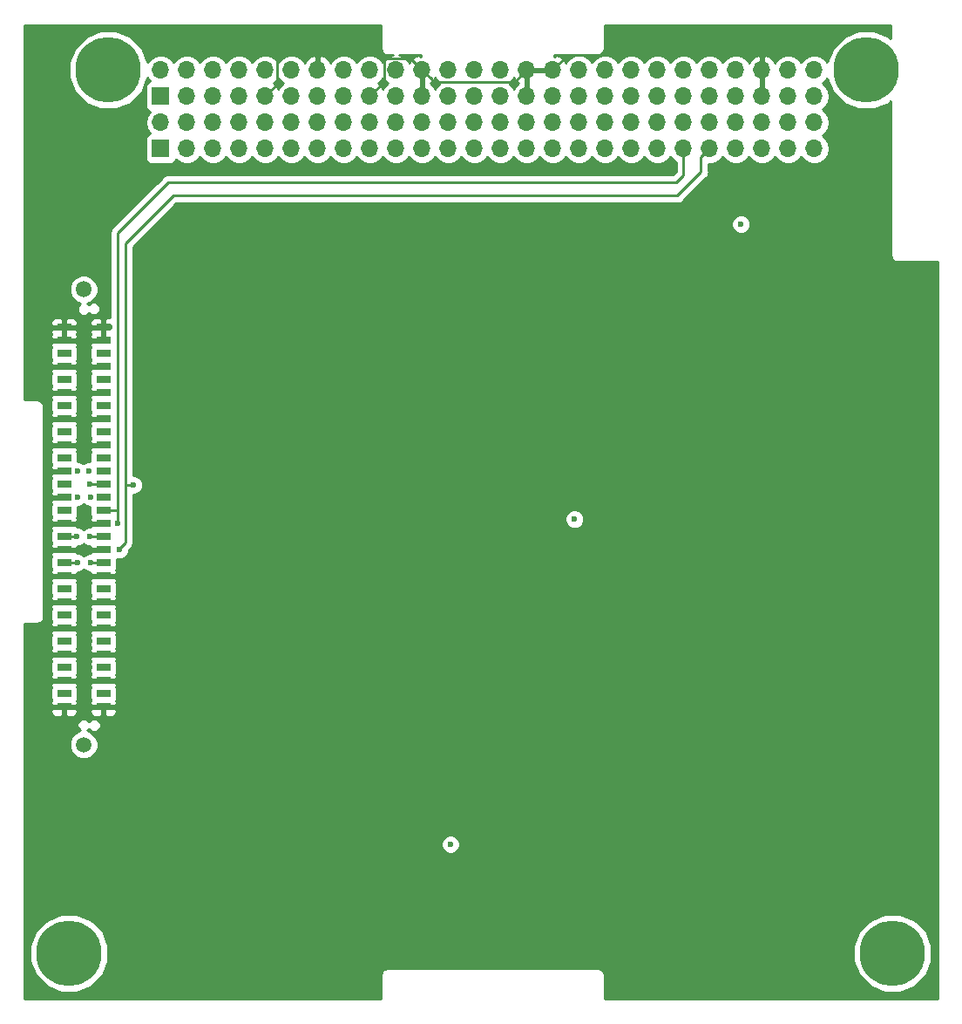
<source format=gbr>
G04 #@! TF.GenerationSoftware,KiCad,Pcbnew,5.0.0*
G04 #@! TF.CreationDate,2018-07-30T08:54:30-05:00*
G04 #@! TF.ProjectId,Header_Board,4865616465725F426F6172642E6B6963,rev?*
G04 #@! TF.SameCoordinates,Original*
G04 #@! TF.FileFunction,Copper,L4,Bot,Signal*
G04 #@! TF.FilePolarity,Positive*
%FSLAX46Y46*%
G04 Gerber Fmt 4.6, Leading zero omitted, Abs format (unit mm)*
G04 Created by KiCad (PCBNEW 5.0.0) date Mon Jul 30 08:54:30 2018*
%MOMM*%
%LPD*%
G01*
G04 APERTURE LIST*
G04 #@! TA.AperFunction,ComponentPad*
%ADD10C,1.500000*%
G04 #@! TD*
G04 #@! TA.AperFunction,SMDPad,CuDef*
%ADD11R,1.350000X0.660000*%
G04 #@! TD*
G04 #@! TA.AperFunction,ComponentPad*
%ADD12R,1.700000X1.700000*%
G04 #@! TD*
G04 #@! TA.AperFunction,ComponentPad*
%ADD13O,1.700000X1.700000*%
G04 #@! TD*
G04 #@! TA.AperFunction,ComponentPad*
%ADD14C,6.350000*%
G04 #@! TD*
G04 #@! TA.AperFunction,ViaPad*
%ADD15C,0.600000*%
G04 #@! TD*
G04 #@! TA.AperFunction,Conductor*
%ADD16C,0.250000*%
G04 #@! TD*
G04 #@! TA.AperFunction,Conductor*
%ADD17C,0.254000*%
G04 #@! TD*
G04 APERTURE END LIST*
D10*
G04 #@! TO.P,P3,*
G04 #@! TO.N,*
X87782400Y-128983200D03*
X87782400Y-84783200D03*
D11*
G04 #@! TO.P,P3,60*
G04 #@! TO.N,GND*
X85877400Y-125298200D03*
G04 #@! TO.P,P3,59*
X89687400Y-125298200D03*
G04 #@! TO.P,P3,58*
G04 #@! TO.N,Net-(P3-Pad58)*
X85877400Y-124028200D03*
G04 #@! TO.P,P3,57*
G04 #@! TO.N,Net-(P3-Pad57)*
X89687400Y-124028200D03*
G04 #@! TO.P,P3,56*
G04 #@! TO.N,GND*
X85877400Y-122758200D03*
G04 #@! TO.P,P3,55*
X89687400Y-122758200D03*
G04 #@! TO.P,P3,54*
G04 #@! TO.N,Net-(P3-Pad54)*
X85877400Y-121488200D03*
G04 #@! TO.P,P3,53*
G04 #@! TO.N,Net-(P3-Pad53)*
X89687400Y-121488200D03*
G04 #@! TO.P,P3,52*
G04 #@! TO.N,GND*
X85877400Y-120218200D03*
G04 #@! TO.P,P3,51*
X89687400Y-120218200D03*
G04 #@! TO.P,P3,50*
G04 #@! TO.N,Net-(P3-Pad50)*
X85877400Y-118948200D03*
G04 #@! TO.P,P3,49*
G04 #@! TO.N,Net-(P3-Pad49)*
X89687400Y-118948200D03*
G04 #@! TO.P,P3,48*
G04 #@! TO.N,GND*
X85877400Y-117678200D03*
G04 #@! TO.P,P3,47*
X89687400Y-117678200D03*
G04 #@! TO.P,P3,46*
G04 #@! TO.N,Net-(P3-Pad46)*
X85877400Y-116408200D03*
G04 #@! TO.P,P3,45*
G04 #@! TO.N,Net-(P3-Pad45)*
X89687400Y-116408200D03*
G04 #@! TO.P,P3,44*
G04 #@! TO.N,GND*
X85877400Y-115138200D03*
G04 #@! TO.P,P3,43*
X89687400Y-115138200D03*
G04 #@! TO.P,P3,42*
G04 #@! TO.N,Net-(P3-Pad42)*
X85877400Y-113868200D03*
G04 #@! TO.P,P3,41*
G04 #@! TO.N,Net-(P3-Pad41)*
X89687400Y-113868200D03*
G04 #@! TO.P,P3,40*
G04 #@! TO.N,GND*
X85877400Y-112598200D03*
G04 #@! TO.P,P3,39*
X89687400Y-112598200D03*
G04 #@! TO.P,P3,38*
G04 #@! TO.N,+5V*
X85877400Y-111328200D03*
G04 #@! TO.P,P3,37*
X89687400Y-111328200D03*
G04 #@! TO.P,P3,36*
G04 #@! TO.N,GND*
X85877400Y-110058200D03*
G04 #@! TO.P,P3,35*
X89687400Y-110058200D03*
G04 #@! TO.P,P3,34*
G04 #@! TO.N,+5V*
X85877400Y-108788200D03*
G04 #@! TO.P,P3,33*
X89687400Y-108788200D03*
G04 #@! TO.P,P3,32*
G04 #@! TO.N,GND*
X85877400Y-107518200D03*
G04 #@! TO.P,P3,31*
X89687400Y-107518200D03*
G04 #@! TO.P,P3,30*
G04 #@! TO.N,Net-(P3-Pad30)*
X85877400Y-106248200D03*
G04 #@! TO.P,P3,29*
G04 #@! TO.N,/SYS_SDA*
X89687400Y-106248200D03*
G04 #@! TO.P,P3,28*
G04 #@! TO.N,GND*
X85877400Y-104978200D03*
G04 #@! TO.P,P3,27*
X89687400Y-104978200D03*
G04 #@! TO.P,P3,26*
G04 #@! TO.N,Net-(P3-Pad26)*
X85877400Y-103708200D03*
G04 #@! TO.P,P3,25*
G04 #@! TO.N,/SYS_SCL*
X89687400Y-103708200D03*
G04 #@! TO.P,P3,24*
G04 #@! TO.N,GND*
X85877400Y-102438200D03*
G04 #@! TO.P,P3,23*
X89687400Y-102438200D03*
G04 #@! TO.P,P3,22*
G04 #@! TO.N,Net-(P3-Pad22)*
X85877400Y-101168200D03*
G04 #@! TO.P,P3,21*
G04 #@! TO.N,Net-(P3-Pad21)*
X89687400Y-101168200D03*
G04 #@! TO.P,P3,20*
G04 #@! TO.N,GND*
X85877400Y-99898200D03*
G04 #@! TO.P,P3,19*
X89687400Y-99898200D03*
G04 #@! TO.P,P3,18*
G04 #@! TO.N,Net-(P3-Pad18)*
X85877400Y-98628200D03*
G04 #@! TO.P,P3,17*
G04 #@! TO.N,Net-(P3-Pad17)*
X89687400Y-98628200D03*
G04 #@! TO.P,P3,16*
G04 #@! TO.N,GND*
X85877400Y-97358200D03*
G04 #@! TO.P,P3,15*
X89687400Y-97358200D03*
G04 #@! TO.P,P3,14*
G04 #@! TO.N,Net-(P3-Pad14)*
X85877400Y-96088200D03*
G04 #@! TO.P,P3,13*
G04 #@! TO.N,Net-(P3-Pad13)*
X89687400Y-96088200D03*
G04 #@! TO.P,P3,12*
G04 #@! TO.N,GND*
X85877400Y-94818200D03*
G04 #@! TO.P,P3,11*
X89687400Y-94818200D03*
G04 #@! TO.P,P3,10*
G04 #@! TO.N,Net-(P3-Pad10)*
X85877400Y-93548200D03*
G04 #@! TO.P,P3,9*
G04 #@! TO.N,Net-(P3-Pad9)*
X89687400Y-93548200D03*
G04 #@! TO.P,P3,8*
G04 #@! TO.N,GND*
X85877400Y-92278200D03*
G04 #@! TO.P,P3,7*
X89687400Y-92278200D03*
G04 #@! TO.P,P3,6*
G04 #@! TO.N,Net-(P3-Pad6)*
X85877400Y-91008200D03*
G04 #@! TO.P,P3,5*
G04 #@! TO.N,Net-(P3-Pad5)*
X89687400Y-91008200D03*
G04 #@! TO.P,P3,4*
G04 #@! TO.N,GND*
X85877400Y-89738200D03*
G04 #@! TO.P,P3,3*
X89687400Y-89738200D03*
G04 #@! TO.P,P3,2*
X85877400Y-88468200D03*
G04 #@! TO.P,P3,1*
X89687400Y-88468200D03*
G04 #@! TD*
D12*
G04 #@! TO.P,P1,1*
G04 #@! TO.N,/SGPIO0*
X95257081Y-66040935D03*
D13*
G04 #@! TO.P,P1,2*
G04 #@! TO.N,/SGPIO1*
X95257081Y-63500935D03*
G04 #@! TO.P,P1,3*
G04 #@! TO.N,/SGPIO2*
X97797081Y-66040935D03*
G04 #@! TO.P,P1,4*
G04 #@! TO.N,/SGPIO3*
X97797081Y-63500935D03*
G04 #@! TO.P,P1,5*
G04 #@! TO.N,/I2C3_SDA*
X100337081Y-66040935D03*
G04 #@! TO.P,P1,6*
G04 #@! TO.N,/I2C3_SCL*
X100337081Y-63500935D03*
G04 #@! TO.P,P1,7*
G04 #@! TO.N,/SGPIO4*
X102877081Y-66040935D03*
G04 #@! TO.P,P1,8*
G04 #@! TO.N,Net-(P1-Pad8)*
X102877081Y-63500935D03*
G04 #@! TO.P,P1,9*
G04 #@! TO.N,GND*
X105417081Y-66040935D03*
G04 #@! TO.P,P1,10*
G04 #@! TO.N,Net-(P1-Pad10)*
X105417081Y-63500935D03*
G04 #@! TO.P,P1,11*
G04 #@! TO.N,Net-(P1-Pad11)*
X107957081Y-66040935D03*
G04 #@! TO.P,P1,12*
G04 #@! TO.N,Net-(P1-Pad12)*
X107957081Y-63500935D03*
G04 #@! TO.P,P1,13*
G04 #@! TO.N,Net-(P1-Pad13)*
X110497081Y-66040935D03*
G04 #@! TO.P,P1,14*
G04 #@! TO.N,GND*
X110497081Y-63500935D03*
G04 #@! TO.P,P1,15*
G04 #@! TO.N,Net-(P1-Pad15)*
X113037081Y-66040935D03*
G04 #@! TO.P,P1,16*
G04 #@! TO.N,Net-(P1-Pad16)*
X113037081Y-63500935D03*
G04 #@! TO.P,P1,17*
G04 #@! TO.N,GND*
X115577081Y-66040935D03*
G04 #@! TO.P,P1,18*
G04 #@! TO.N,Net-(P1-Pad18)*
X115577081Y-63500935D03*
G04 #@! TO.P,P1,19*
G04 #@! TO.N,Net-(P1-Pad19)*
X118117081Y-66040935D03*
G04 #@! TO.P,P1,20*
G04 #@! TO.N,Net-(P1-Pad20)*
X118117081Y-63500935D03*
G04 #@! TO.P,P1,21*
G04 #@! TO.N,GND*
X120657081Y-66040935D03*
G04 #@! TO.P,P1,22*
X120657081Y-63500935D03*
G04 #@! TO.P,P1,23*
G04 #@! TO.N,Net-(P1-Pad23)*
X123197081Y-66040935D03*
G04 #@! TO.P,P1,24*
G04 #@! TO.N,Net-(P1-Pad24)*
X123197081Y-63500935D03*
G04 #@! TO.P,P1,25*
G04 #@! TO.N,+5V*
X125737081Y-66040935D03*
G04 #@! TO.P,P1,26*
X125737081Y-63500935D03*
G04 #@! TO.P,P1,27*
G04 #@! TO.N,Net-(P1-Pad27)*
X128277081Y-66040935D03*
G04 #@! TO.P,P1,28*
G04 #@! TO.N,Net-(P1-Pad28)*
X128277081Y-63500935D03*
G04 #@! TO.P,P1,29*
G04 #@! TO.N,GND*
X130817081Y-66040935D03*
G04 #@! TO.P,P1,30*
X130817081Y-63500935D03*
G04 #@! TO.P,P1,31*
G04 #@! TO.N,Net-(P1-Pad31)*
X133357081Y-66040935D03*
G04 #@! TO.P,P1,32*
G04 #@! TO.N,GND*
X133357081Y-63500935D03*
G04 #@! TO.P,P1,33*
G04 #@! TO.N,Net-(P1-Pad33)*
X135897081Y-66040935D03*
G04 #@! TO.P,P1,34*
G04 #@! TO.N,Net-(P1-Pad34)*
X135897081Y-63500935D03*
G04 #@! TO.P,P1,35*
G04 #@! TO.N,Net-(P1-Pad35)*
X138437081Y-66040935D03*
G04 #@! TO.P,P1,36*
G04 #@! TO.N,Net-(P1-Pad36)*
X138437081Y-63500935D03*
G04 #@! TO.P,P1,37*
G04 #@! TO.N,Net-(P1-Pad37)*
X140977081Y-66040935D03*
G04 #@! TO.P,P1,38*
G04 #@! TO.N,Net-(P1-Pad38)*
X140977081Y-63500935D03*
G04 #@! TO.P,P1,39*
G04 #@! TO.N,Net-(P1-Pad39)*
X143517081Y-66040935D03*
G04 #@! TO.P,P1,40*
G04 #@! TO.N,Net-(P1-Pad40)*
X143517081Y-63500935D03*
G04 #@! TO.P,P1,41*
G04 #@! TO.N,Net-(P1-Pad41)*
X146057081Y-66040935D03*
G04 #@! TO.P,P1,42*
G04 #@! TO.N,Net-(P1-Pad42)*
X146057081Y-63500935D03*
G04 #@! TO.P,P1,43*
G04 #@! TO.N,Net-(P1-Pad43)*
X148597081Y-66040935D03*
G04 #@! TO.P,P1,44*
G04 #@! TO.N,Net-(P1-Pad44)*
X148597081Y-63500935D03*
G04 #@! TO.P,P1,45*
G04 #@! TO.N,Net-(P1-Pad45)*
X151137081Y-66040935D03*
G04 #@! TO.P,P1,46*
G04 #@! TO.N,Net-(P1-Pad46)*
X151137081Y-63500935D03*
G04 #@! TO.P,P1,47*
G04 #@! TO.N,GND*
X153677081Y-66040935D03*
G04 #@! TO.P,P1,48*
X153677081Y-63500935D03*
G04 #@! TO.P,P1,49*
G04 #@! TO.N,/SPI2_NSS*
X156217081Y-66040935D03*
G04 #@! TO.P,P1,50*
G04 #@! TO.N,/SPI2_SCK*
X156217081Y-63500935D03*
G04 #@! TO.P,P1,51*
G04 #@! TO.N,/SPI2_MISO*
X158757081Y-66040935D03*
G04 #@! TO.P,P1,52*
G04 #@! TO.N,/SPI2_MOSI*
X158757081Y-63500935D03*
G04 #@! TD*
D12*
G04 #@! TO.P,P2,1*
G04 #@! TO.N,/GPIO0*
X95257081Y-71120935D03*
D13*
G04 #@! TO.P,P2,2*
G04 #@! TO.N,/GPIO1*
X95257081Y-68580935D03*
G04 #@! TO.P,P2,3*
G04 #@! TO.N,/GPIO2*
X97797081Y-71120935D03*
G04 #@! TO.P,P2,4*
G04 #@! TO.N,/GPIO3*
X97797081Y-68580935D03*
G04 #@! TO.P,P2,5*
G04 #@! TO.N,/RADIO_TR*
X100337081Y-71120935D03*
G04 #@! TO.P,P2,6*
G04 #@! TO.N,/RADIO_RR*
X100337081Y-68580935D03*
G04 #@! TO.P,P2,7*
G04 #@! TO.N,/GPIO4*
X102877081Y-71120935D03*
G04 #@! TO.P,P2,8*
G04 #@! TO.N,/GPIO5*
X102877081Y-68580935D03*
G04 #@! TO.P,P2,9*
G04 #@! TO.N,/GPIO6*
X105417081Y-71120935D03*
G04 #@! TO.P,P2,10*
G04 #@! TO.N,/GPIO7*
X105417081Y-68580935D03*
G04 #@! TO.P,P2,11*
G04 #@! TO.N,/GPIO8*
X107957081Y-71120935D03*
G04 #@! TO.P,P2,12*
G04 #@! TO.N,/GPIO9*
X107957081Y-68580935D03*
G04 #@! TO.P,P2,13*
G04 #@! TO.N,/GPIO10*
X110497081Y-71120935D03*
G04 #@! TO.P,P2,14*
G04 #@! TO.N,/GPIO11*
X110497081Y-68580935D03*
G04 #@! TO.P,P2,15*
G04 #@! TO.N,/GPIO12*
X113037081Y-71120935D03*
G04 #@! TO.P,P2,16*
G04 #@! TO.N,/GPIO13*
X113037081Y-68580935D03*
G04 #@! TO.P,P2,17*
G04 #@! TO.N,/RADIO_RX*
X115577081Y-71120935D03*
G04 #@! TO.P,P2,18*
G04 #@! TO.N,/RADIO_TX*
X115577081Y-68580935D03*
G04 #@! TO.P,P2,19*
G04 #@! TO.N,/12C2_SDA*
X118117081Y-71120935D03*
G04 #@! TO.P,P2,20*
G04 #@! TO.N,/I2C2_SCL*
X118117081Y-68580935D03*
G04 #@! TO.P,P2,21*
G04 #@! TO.N,/SYS_SPI_SCK*
X120657081Y-71120935D03*
G04 #@! TO.P,P2,22*
G04 #@! TO.N,/SYS_SPI_MISO*
X120657081Y-68580935D03*
G04 #@! TO.P,P2,23*
G04 #@! TO.N,/SYS_SPI_MOSI*
X123197081Y-71120935D03*
G04 #@! TO.P,P2,24*
G04 #@! TO.N,/SYS_SPI_NSS*
X123197081Y-68580935D03*
G04 #@! TO.P,P2,25*
G04 #@! TO.N,Net-(P2-Pad25)*
X125737081Y-71120935D03*
G04 #@! TO.P,P2,26*
G04 #@! TO.N,Net-(P2-Pad26)*
X125737081Y-68580935D03*
G04 #@! TO.P,P2,27*
G04 #@! TO.N,Net-(P2-Pad27)*
X128277081Y-71120935D03*
G04 #@! TO.P,P2,28*
G04 #@! TO.N,Net-(P2-Pad28)*
X128277081Y-68580935D03*
G04 #@! TO.P,P2,29*
G04 #@! TO.N,/SYS_RESET*
X130817081Y-71120935D03*
G04 #@! TO.P,P2,30*
G04 #@! TO.N,Net-(P2-Pad30)*
X130817081Y-68580935D03*
G04 #@! TO.P,P2,31*
G04 #@! TO.N,Net-(P2-Pad31)*
X133357081Y-71120935D03*
G04 #@! TO.P,P2,32*
G04 #@! TO.N,Net-(P2-Pad32)*
X133357081Y-68580935D03*
G04 #@! TO.P,P2,33*
G04 #@! TO.N,/SGPIO7*
X135897081Y-71120935D03*
G04 #@! TO.P,P2,34*
G04 #@! TO.N,/SGPIO8*
X135897081Y-68580935D03*
G04 #@! TO.P,P2,35*
G04 #@! TO.N,/SGPIO9*
X138437081Y-71120935D03*
G04 #@! TO.P,P2,36*
G04 #@! TO.N,/SGPIO10*
X138437081Y-68580935D03*
G04 #@! TO.P,P2,37*
G04 #@! TO.N,/SGPIO11*
X140977081Y-71120935D03*
G04 #@! TO.P,P2,38*
G04 #@! TO.N,/SGPIO12*
X140977081Y-68580935D03*
G04 #@! TO.P,P2,39*
G04 #@! TO.N,/SGPIO13*
X143517081Y-71120935D03*
G04 #@! TO.P,P2,40*
G04 #@! TO.N,/SGPIO14*
X143517081Y-68580935D03*
G04 #@! TO.P,P2,41*
G04 #@! TO.N,/SYS_SDA*
X146057081Y-71120935D03*
G04 #@! TO.P,P2,42*
G04 #@! TO.N,Net-(P2-Pad42)*
X146057081Y-68580935D03*
G04 #@! TO.P,P2,43*
G04 #@! TO.N,/SYS_SCL*
X148597081Y-71120935D03*
G04 #@! TO.P,P2,44*
G04 #@! TO.N,Net-(P2-Pad44)*
X148597081Y-68580935D03*
G04 #@! TO.P,P2,45*
G04 #@! TO.N,Net-(P2-Pad45)*
X151137081Y-71120935D03*
G04 #@! TO.P,P2,46*
G04 #@! TO.N,Net-(P2-Pad46)*
X151137081Y-68580935D03*
G04 #@! TO.P,P2,47*
G04 #@! TO.N,/NBUFEN_PRI*
X153677081Y-71120935D03*
G04 #@! TO.P,P2,48*
G04 #@! TO.N,/NBUFEN_SEC*
X153677081Y-68580935D03*
G04 #@! TO.P,P2,49*
G04 #@! TO.N,Net-(P2-Pad49)*
X156217081Y-71120935D03*
G04 #@! TO.P,P2,50*
G04 #@! TO.N,/SGPIO5*
X156217081Y-68580935D03*
G04 #@! TO.P,P2,51*
G04 #@! TO.N,Net-(P2-Pad51)*
X158757081Y-71120935D03*
G04 #@! TO.P,P2,52*
G04 #@! TO.N,/SGPIO6*
X158757081Y-68580935D03*
G04 #@! TD*
D14*
G04 #@! TO.P,REF\002A\002A,1*
G04 #@! TO.N,N/C*
X90170000Y-63500000D03*
G04 #@! TD*
G04 #@! TO.P,REF\002A\002A,1*
G04 #@! TO.N,N/C*
X163830000Y-63500000D03*
G04 #@! TD*
G04 #@! TO.P,REF\002A\002A,1*
G04 #@! TO.N,N/C*
X86360000Y-149225000D03*
G04 #@! TD*
G04 #@! TO.P,REF\002A\002A,1*
G04 #@! TO.N,N/C*
X166370000Y-149225000D03*
G04 #@! TD*
D10*
G04 #@! TO.P,P3,*
G04 #@! TO.N,*
X87757000Y-128957800D03*
X87757000Y-84757800D03*
G04 #@! TD*
D15*
G04 #@! TO.N,/SYS_SDA*
X91033600Y-107492800D03*
G04 #@! TO.N,/SYS_SCL*
X88366600Y-103708200D03*
X92608400Y-103759000D03*
X91211400Y-110058200D03*
G04 #@! TO.N,GND*
X88315800Y-118922800D03*
X88341200Y-121462800D03*
X88265000Y-98602800D03*
X88163400Y-93522800D03*
X90322400Y-88442800D03*
X88265000Y-96088200D03*
X88290400Y-125272800D03*
X88290400Y-124002800D03*
G04 #@! TO.N,+5V*
X88442800Y-111302800D03*
X87147400Y-111302800D03*
X87122000Y-108788200D03*
X88392000Y-108788200D03*
X87147400Y-104952800D03*
X87147400Y-102412800D03*
X88290400Y-102412800D03*
X88417400Y-104952800D03*
X123418600Y-138658600D03*
X135458200Y-107086400D03*
X151638000Y-78460600D03*
G04 #@! TD*
D16*
G04 #@! TO.N,/SYS_SDA*
X91033600Y-107492800D02*
X91033600Y-107068536D01*
X91074401Y-79308799D02*
X95961200Y-74422000D01*
X91033600Y-107068536D02*
X91074401Y-107027735D01*
X146057081Y-73703719D02*
X146057081Y-71120935D01*
X95961200Y-74422000D02*
X145338800Y-74422000D01*
X145338800Y-74422000D02*
X146057081Y-73703719D01*
X90998201Y-106248200D02*
X89687400Y-106248200D01*
X91074401Y-106324400D02*
X90998201Y-106248200D01*
X91074401Y-106324400D02*
X91074401Y-79308799D01*
X91074401Y-107027735D02*
X91074401Y-106324400D01*
G04 #@! TO.N,/SYS_SCL*
X147747082Y-71970934D02*
X147747082Y-73385318D01*
X148597081Y-71120935D02*
X147747082Y-71970934D01*
X147747082Y-73385318D02*
X145440400Y-75692000D01*
X145440400Y-75692000D02*
X96443800Y-75692000D01*
X96443800Y-75692000D02*
X91795600Y-80340200D01*
X91795600Y-109372400D02*
X91109800Y-110058200D01*
X89687400Y-103708200D02*
X88366600Y-103708200D01*
X92608400Y-103759000D02*
X91795600Y-103759000D01*
X91795600Y-80340200D02*
X91795600Y-103759000D01*
X91795600Y-103759000D02*
X91795600Y-109372400D01*
G04 #@! TO.N,GND*
X119482080Y-62325934D02*
X117062934Y-62325934D01*
X120657081Y-63500935D02*
X119482080Y-62325934D01*
X133357081Y-63500935D02*
X134831216Y-62026800D01*
X134831216Y-62026800D02*
X137337800Y-62026800D01*
X116942080Y-62205080D02*
X116941600Y-62204600D01*
X116942080Y-64675936D02*
X116942080Y-62205080D01*
X115577081Y-66040935D02*
X116942080Y-64675936D01*
X117062934Y-62325934D02*
X116941600Y-62204600D01*
X116941600Y-62204600D02*
X116052600Y-61315600D01*
X106592082Y-64865934D02*
X106592082Y-61454318D01*
X105417081Y-66040935D02*
X106592082Y-64865934D01*
X121507080Y-64350934D02*
X120657081Y-63500935D01*
X121832082Y-64675936D02*
X121507080Y-64350934D01*
X129642080Y-64675936D02*
X121832082Y-64675936D01*
X130817081Y-63500935D02*
X129642080Y-64675936D01*
G04 #@! TO.N,+5V*
X89323809Y-108788200D02*
X89137409Y-108788200D01*
X89687400Y-108788200D02*
X89323809Y-108788200D01*
X88392000Y-108788200D02*
X89687400Y-108788200D01*
X87122000Y-108788200D02*
X85877400Y-108788200D01*
X85902800Y-111302800D02*
X85877400Y-111328200D01*
X87147400Y-111302800D02*
X85902800Y-111302800D01*
X89662000Y-111302800D02*
X89687400Y-111328200D01*
X88442800Y-111302800D02*
X89662000Y-111302800D01*
G04 #@! TO.N,Net-(P2-Pad25)*
X125737081Y-71120935D02*
X126238935Y-71120935D01*
G04 #@! TD*
D17*
G04 #@! TO.N,GND*
G36*
X116638001Y-61271070D02*
X116624091Y-61341000D01*
X116679195Y-61618028D01*
X116836119Y-61852881D01*
X117070972Y-62009805D01*
X117278074Y-62051000D01*
X117278075Y-62051000D01*
X117348000Y-62064909D01*
X117417926Y-62051000D01*
X117794541Y-62051000D01*
X117537663Y-62102096D01*
X117046456Y-62430310D01*
X116847081Y-62728696D01*
X116647706Y-62430310D01*
X116156499Y-62102096D01*
X115723337Y-62015935D01*
X115430825Y-62015935D01*
X114997663Y-62102096D01*
X114506456Y-62430310D01*
X114307081Y-62728696D01*
X114107706Y-62430310D01*
X113616499Y-62102096D01*
X113183337Y-62015935D01*
X112890825Y-62015935D01*
X112457663Y-62102096D01*
X111966456Y-62430310D01*
X111753238Y-62749413D01*
X111692264Y-62619577D01*
X111264005Y-62229290D01*
X110853971Y-62059459D01*
X110624081Y-62180780D01*
X110624081Y-63373935D01*
X110644081Y-63373935D01*
X110644081Y-63627935D01*
X110624081Y-63627935D01*
X110624081Y-63647935D01*
X110370081Y-63647935D01*
X110370081Y-63627935D01*
X110350081Y-63627935D01*
X110350081Y-63373935D01*
X110370081Y-63373935D01*
X110370081Y-62180780D01*
X110140191Y-62059459D01*
X109730157Y-62229290D01*
X109301898Y-62619577D01*
X109240924Y-62749413D01*
X109027706Y-62430310D01*
X108536499Y-62102096D01*
X108103337Y-62015935D01*
X107810825Y-62015935D01*
X107377663Y-62102096D01*
X106886456Y-62430310D01*
X106687081Y-62728696D01*
X106487706Y-62430310D01*
X105996499Y-62102096D01*
X105563337Y-62015935D01*
X105270825Y-62015935D01*
X104837663Y-62102096D01*
X104346456Y-62430310D01*
X104147081Y-62728696D01*
X103947706Y-62430310D01*
X103456499Y-62102096D01*
X103023337Y-62015935D01*
X102730825Y-62015935D01*
X102297663Y-62102096D01*
X101806456Y-62430310D01*
X101607081Y-62728696D01*
X101407706Y-62430310D01*
X100916499Y-62102096D01*
X100483337Y-62015935D01*
X100190825Y-62015935D01*
X99757663Y-62102096D01*
X99266456Y-62430310D01*
X99067081Y-62728696D01*
X98867706Y-62430310D01*
X98376499Y-62102096D01*
X97943337Y-62015935D01*
X97650825Y-62015935D01*
X97217663Y-62102096D01*
X96726456Y-62430310D01*
X96527081Y-62728696D01*
X96327706Y-62430310D01*
X95836499Y-62102096D01*
X95403337Y-62015935D01*
X95110825Y-62015935D01*
X94677663Y-62102096D01*
X94186456Y-62430310D01*
X93979271Y-62740384D01*
X93399962Y-61341809D01*
X92328191Y-60270038D01*
X90927856Y-59690000D01*
X89412144Y-59690000D01*
X88011809Y-60270038D01*
X86940038Y-61341809D01*
X86360000Y-62742144D01*
X86360000Y-64257856D01*
X86940038Y-65658191D01*
X88011809Y-66729962D01*
X89412144Y-67310000D01*
X90927856Y-67310000D01*
X92328191Y-66729962D01*
X93399962Y-65658191D01*
X93978793Y-64260770D01*
X94186456Y-64571560D01*
X94204700Y-64583751D01*
X94159316Y-64592778D01*
X93949272Y-64733126D01*
X93808924Y-64943170D01*
X93759641Y-65190935D01*
X93759641Y-66890935D01*
X93808924Y-67138700D01*
X93949272Y-67348744D01*
X94159316Y-67489092D01*
X94204700Y-67498119D01*
X94186456Y-67510310D01*
X93858242Y-68001517D01*
X93742989Y-68580935D01*
X93858242Y-69160353D01*
X94186456Y-69651560D01*
X94204700Y-69663751D01*
X94159316Y-69672778D01*
X93949272Y-69813126D01*
X93808924Y-70023170D01*
X93759641Y-70270935D01*
X93759641Y-71970935D01*
X93808924Y-72218700D01*
X93949272Y-72428744D01*
X94159316Y-72569092D01*
X94407081Y-72618375D01*
X96107081Y-72618375D01*
X96354846Y-72569092D01*
X96564890Y-72428744D01*
X96705238Y-72218700D01*
X96714265Y-72173316D01*
X96726456Y-72191560D01*
X97217663Y-72519774D01*
X97650825Y-72605935D01*
X97943337Y-72605935D01*
X98376499Y-72519774D01*
X98867706Y-72191560D01*
X99067081Y-71893174D01*
X99266456Y-72191560D01*
X99757663Y-72519774D01*
X100190825Y-72605935D01*
X100483337Y-72605935D01*
X100916499Y-72519774D01*
X101407706Y-72191560D01*
X101607081Y-71893174D01*
X101806456Y-72191560D01*
X102297663Y-72519774D01*
X102730825Y-72605935D01*
X103023337Y-72605935D01*
X103456499Y-72519774D01*
X103947706Y-72191560D01*
X104147081Y-71893174D01*
X104346456Y-72191560D01*
X104837663Y-72519774D01*
X105270825Y-72605935D01*
X105563337Y-72605935D01*
X105996499Y-72519774D01*
X106487706Y-72191560D01*
X106687081Y-71893174D01*
X106886456Y-72191560D01*
X107377663Y-72519774D01*
X107810825Y-72605935D01*
X108103337Y-72605935D01*
X108536499Y-72519774D01*
X109027706Y-72191560D01*
X109227081Y-71893174D01*
X109426456Y-72191560D01*
X109917663Y-72519774D01*
X110350825Y-72605935D01*
X110643337Y-72605935D01*
X111076499Y-72519774D01*
X111567706Y-72191560D01*
X111767081Y-71893174D01*
X111966456Y-72191560D01*
X112457663Y-72519774D01*
X112890825Y-72605935D01*
X113183337Y-72605935D01*
X113616499Y-72519774D01*
X114107706Y-72191560D01*
X114307081Y-71893174D01*
X114506456Y-72191560D01*
X114997663Y-72519774D01*
X115430825Y-72605935D01*
X115723337Y-72605935D01*
X116156499Y-72519774D01*
X116647706Y-72191560D01*
X116847081Y-71893174D01*
X117046456Y-72191560D01*
X117537663Y-72519774D01*
X117970825Y-72605935D01*
X118263337Y-72605935D01*
X118696499Y-72519774D01*
X119187706Y-72191560D01*
X119387081Y-71893174D01*
X119586456Y-72191560D01*
X120077663Y-72519774D01*
X120510825Y-72605935D01*
X120803337Y-72605935D01*
X121236499Y-72519774D01*
X121727706Y-72191560D01*
X121927081Y-71893174D01*
X122126456Y-72191560D01*
X122617663Y-72519774D01*
X123050825Y-72605935D01*
X123343337Y-72605935D01*
X123776499Y-72519774D01*
X124267706Y-72191560D01*
X124467081Y-71893174D01*
X124666456Y-72191560D01*
X125157663Y-72519774D01*
X125590825Y-72605935D01*
X125883337Y-72605935D01*
X126316499Y-72519774D01*
X126807706Y-72191560D01*
X127007081Y-71893174D01*
X127206456Y-72191560D01*
X127697663Y-72519774D01*
X128130825Y-72605935D01*
X128423337Y-72605935D01*
X128856499Y-72519774D01*
X129347706Y-72191560D01*
X129547081Y-71893174D01*
X129746456Y-72191560D01*
X130237663Y-72519774D01*
X130670825Y-72605935D01*
X130963337Y-72605935D01*
X131396499Y-72519774D01*
X131887706Y-72191560D01*
X132087081Y-71893174D01*
X132286456Y-72191560D01*
X132777663Y-72519774D01*
X133210825Y-72605935D01*
X133503337Y-72605935D01*
X133936499Y-72519774D01*
X134427706Y-72191560D01*
X134627081Y-71893174D01*
X134826456Y-72191560D01*
X135317663Y-72519774D01*
X135750825Y-72605935D01*
X136043337Y-72605935D01*
X136476499Y-72519774D01*
X136967706Y-72191560D01*
X137167081Y-71893174D01*
X137366456Y-72191560D01*
X137857663Y-72519774D01*
X138290825Y-72605935D01*
X138583337Y-72605935D01*
X139016499Y-72519774D01*
X139507706Y-72191560D01*
X139707081Y-71893174D01*
X139906456Y-72191560D01*
X140397663Y-72519774D01*
X140830825Y-72605935D01*
X141123337Y-72605935D01*
X141556499Y-72519774D01*
X142047706Y-72191560D01*
X142247081Y-71893174D01*
X142446456Y-72191560D01*
X142937663Y-72519774D01*
X143370825Y-72605935D01*
X143663337Y-72605935D01*
X144096499Y-72519774D01*
X144587706Y-72191560D01*
X144787081Y-71893174D01*
X144986456Y-72191560D01*
X145297082Y-72399113D01*
X145297081Y-73388917D01*
X145023999Y-73662000D01*
X96036046Y-73662000D01*
X95961199Y-73647112D01*
X95886352Y-73662000D01*
X95886348Y-73662000D01*
X95664663Y-73706096D01*
X95664661Y-73706097D01*
X95664662Y-73706097D01*
X95476726Y-73831671D01*
X95476724Y-73831673D01*
X95413271Y-73874071D01*
X95370873Y-73937524D01*
X90589929Y-78718470D01*
X90526473Y-78760870D01*
X90484073Y-78824326D01*
X90484072Y-78824327D01*
X90358498Y-79012262D01*
X90299513Y-79308799D01*
X90314402Y-79383651D01*
X90314402Y-87503200D01*
X89973150Y-87503200D01*
X89814400Y-87661950D01*
X89814400Y-88341200D01*
X89834400Y-88341200D01*
X89834400Y-88595200D01*
X89814400Y-88595200D01*
X89814400Y-89611200D01*
X89834400Y-89611200D01*
X89834400Y-89865200D01*
X89814400Y-89865200D01*
X89814400Y-89885200D01*
X89560400Y-89885200D01*
X89560400Y-89865200D01*
X88536150Y-89865200D01*
X88377400Y-90023950D01*
X88377400Y-90194509D01*
X88451826Y-90374189D01*
X88414243Y-90430435D01*
X88364960Y-90678200D01*
X88364960Y-91338200D01*
X88414243Y-91585965D01*
X88451826Y-91642211D01*
X88377400Y-91821891D01*
X88377400Y-91992450D01*
X88536150Y-92151200D01*
X89560400Y-92151200D01*
X89560400Y-92131200D01*
X89814400Y-92131200D01*
X89814400Y-92151200D01*
X89834400Y-92151200D01*
X89834400Y-92405200D01*
X89814400Y-92405200D01*
X89814400Y-92425200D01*
X89560400Y-92425200D01*
X89560400Y-92405200D01*
X88536150Y-92405200D01*
X88377400Y-92563950D01*
X88377400Y-92734509D01*
X88451826Y-92914189D01*
X88414243Y-92970435D01*
X88364960Y-93218200D01*
X88364960Y-93878200D01*
X88414243Y-94125965D01*
X88451826Y-94182211D01*
X88377400Y-94361891D01*
X88377400Y-94532450D01*
X88536150Y-94691200D01*
X89560400Y-94691200D01*
X89560400Y-94671200D01*
X89814400Y-94671200D01*
X89814400Y-94691200D01*
X89834400Y-94691200D01*
X89834400Y-94945200D01*
X89814400Y-94945200D01*
X89814400Y-94965200D01*
X89560400Y-94965200D01*
X89560400Y-94945200D01*
X88536150Y-94945200D01*
X88377400Y-95103950D01*
X88377400Y-95274509D01*
X88451826Y-95454189D01*
X88414243Y-95510435D01*
X88364960Y-95758200D01*
X88364960Y-96418200D01*
X88414243Y-96665965D01*
X88451826Y-96722211D01*
X88377400Y-96901891D01*
X88377400Y-97072450D01*
X88536150Y-97231200D01*
X89560400Y-97231200D01*
X89560400Y-97211200D01*
X89814400Y-97211200D01*
X89814400Y-97231200D01*
X89834400Y-97231200D01*
X89834400Y-97485200D01*
X89814400Y-97485200D01*
X89814400Y-97505200D01*
X89560400Y-97505200D01*
X89560400Y-97485200D01*
X88536150Y-97485200D01*
X88377400Y-97643950D01*
X88377400Y-97814509D01*
X88451826Y-97994189D01*
X88414243Y-98050435D01*
X88364960Y-98298200D01*
X88364960Y-98958200D01*
X88414243Y-99205965D01*
X88451826Y-99262211D01*
X88377400Y-99441891D01*
X88377400Y-99612450D01*
X88536150Y-99771200D01*
X89560400Y-99771200D01*
X89560400Y-99751200D01*
X89814400Y-99751200D01*
X89814400Y-99771200D01*
X89834400Y-99771200D01*
X89834400Y-100025200D01*
X89814400Y-100025200D01*
X89814400Y-100045200D01*
X89560400Y-100045200D01*
X89560400Y-100025200D01*
X88536150Y-100025200D01*
X88377400Y-100183950D01*
X88377400Y-100354509D01*
X88451826Y-100534189D01*
X88414243Y-100590435D01*
X88364960Y-100838200D01*
X88364960Y-101477800D01*
X88104417Y-101477800D01*
X87760765Y-101620145D01*
X87718900Y-101662010D01*
X87677035Y-101620145D01*
X87333383Y-101477800D01*
X87199840Y-101477800D01*
X87199840Y-100838200D01*
X87150557Y-100590435D01*
X87112974Y-100534189D01*
X87187400Y-100354509D01*
X87187400Y-100183950D01*
X87028650Y-100025200D01*
X86004400Y-100025200D01*
X86004400Y-100045200D01*
X85750400Y-100045200D01*
X85750400Y-100025200D01*
X84726150Y-100025200D01*
X84567400Y-100183950D01*
X84567400Y-100354509D01*
X84641826Y-100534189D01*
X84604243Y-100590435D01*
X84554960Y-100838200D01*
X84554960Y-101498200D01*
X84604243Y-101745965D01*
X84641826Y-101802211D01*
X84567400Y-101981891D01*
X84567400Y-102152450D01*
X84726150Y-102311200D01*
X85750400Y-102311200D01*
X85750400Y-102291200D01*
X86004400Y-102291200D01*
X86004400Y-102311200D01*
X86024400Y-102311200D01*
X86024400Y-102565200D01*
X86004400Y-102565200D01*
X86004400Y-102585200D01*
X85750400Y-102585200D01*
X85750400Y-102565200D01*
X84726150Y-102565200D01*
X84567400Y-102723950D01*
X84567400Y-102894509D01*
X84641826Y-103074189D01*
X84604243Y-103130435D01*
X84554960Y-103378200D01*
X84554960Y-104038200D01*
X84604243Y-104285965D01*
X84641826Y-104342211D01*
X84567400Y-104521891D01*
X84567400Y-104692450D01*
X84726150Y-104851200D01*
X85750400Y-104851200D01*
X85750400Y-104831200D01*
X86004400Y-104831200D01*
X86004400Y-104851200D01*
X86024400Y-104851200D01*
X86024400Y-105105200D01*
X86004400Y-105105200D01*
X86004400Y-105125200D01*
X85750400Y-105125200D01*
X85750400Y-105105200D01*
X84726150Y-105105200D01*
X84567400Y-105263950D01*
X84567400Y-105434509D01*
X84641826Y-105614189D01*
X84604243Y-105670435D01*
X84554960Y-105918200D01*
X84554960Y-106578200D01*
X84604243Y-106825965D01*
X84641826Y-106882211D01*
X84567400Y-107061891D01*
X84567400Y-107232450D01*
X84726150Y-107391200D01*
X85750400Y-107391200D01*
X85750400Y-107371200D01*
X86004400Y-107371200D01*
X86004400Y-107391200D01*
X87028650Y-107391200D01*
X87187400Y-107232450D01*
X87187400Y-107061891D01*
X87112974Y-106882211D01*
X87150557Y-106825965D01*
X87199840Y-106578200D01*
X87199840Y-105918200D01*
X87193793Y-105887800D01*
X87333383Y-105887800D01*
X87677035Y-105745455D01*
X87782400Y-105640090D01*
X87887765Y-105745455D01*
X88231417Y-105887800D01*
X88371007Y-105887800D01*
X88364960Y-105918200D01*
X88364960Y-106578200D01*
X88414243Y-106825965D01*
X88451826Y-106882211D01*
X88377400Y-107061891D01*
X88377400Y-107232450D01*
X88536150Y-107391200D01*
X89560400Y-107391200D01*
X89560400Y-107371200D01*
X89814400Y-107371200D01*
X89814400Y-107391200D01*
X89834400Y-107391200D01*
X89834400Y-107645200D01*
X89814400Y-107645200D01*
X89814400Y-107665200D01*
X89560400Y-107665200D01*
X89560400Y-107645200D01*
X88536150Y-107645200D01*
X88377400Y-107803950D01*
X88377400Y-107853200D01*
X88206017Y-107853200D01*
X87862365Y-107995545D01*
X87757000Y-108100910D01*
X87651635Y-107995545D01*
X87307983Y-107853200D01*
X87187400Y-107853200D01*
X87187400Y-107803950D01*
X87028650Y-107645200D01*
X86004400Y-107645200D01*
X86004400Y-107665200D01*
X85750400Y-107665200D01*
X85750400Y-107645200D01*
X84726150Y-107645200D01*
X84567400Y-107803950D01*
X84567400Y-107974509D01*
X84641826Y-108154189D01*
X84604243Y-108210435D01*
X84554960Y-108458200D01*
X84554960Y-109118200D01*
X84604243Y-109365965D01*
X84641826Y-109422211D01*
X84567400Y-109601891D01*
X84567400Y-109772450D01*
X84726150Y-109931200D01*
X85750400Y-109931200D01*
X85750400Y-109911200D01*
X86004400Y-109911200D01*
X86004400Y-109931200D01*
X87028650Y-109931200D01*
X87187400Y-109772450D01*
X87187400Y-109723200D01*
X87307983Y-109723200D01*
X87651635Y-109580855D01*
X87757000Y-109475490D01*
X87862365Y-109580855D01*
X88206017Y-109723200D01*
X88377400Y-109723200D01*
X88377400Y-109772450D01*
X88536150Y-109931200D01*
X89560400Y-109931200D01*
X89560400Y-109911200D01*
X89814400Y-109911200D01*
X89814400Y-109931200D01*
X89834400Y-109931200D01*
X89834400Y-110185200D01*
X89814400Y-110185200D01*
X89814400Y-110205200D01*
X89560400Y-110205200D01*
X89560400Y-110185200D01*
X88536150Y-110185200D01*
X88377400Y-110343950D01*
X88377400Y-110367800D01*
X88256817Y-110367800D01*
X87913165Y-110510145D01*
X87795100Y-110628210D01*
X87677035Y-110510145D01*
X87333383Y-110367800D01*
X87187400Y-110367800D01*
X87187400Y-110343950D01*
X87028650Y-110185200D01*
X86004400Y-110185200D01*
X86004400Y-110205200D01*
X85750400Y-110205200D01*
X85750400Y-110185200D01*
X84726150Y-110185200D01*
X84567400Y-110343950D01*
X84567400Y-110514509D01*
X84641826Y-110694189D01*
X84604243Y-110750435D01*
X84554960Y-110998200D01*
X84554960Y-111658200D01*
X84604243Y-111905965D01*
X84641826Y-111962211D01*
X84567400Y-112141891D01*
X84567400Y-112312450D01*
X84726150Y-112471200D01*
X85750400Y-112471200D01*
X85750400Y-112451200D01*
X86004400Y-112451200D01*
X86004400Y-112471200D01*
X87028650Y-112471200D01*
X87187400Y-112312450D01*
X87187400Y-112237800D01*
X87333383Y-112237800D01*
X87677035Y-112095455D01*
X87795100Y-111977390D01*
X87913165Y-112095455D01*
X88256817Y-112237800D01*
X88377400Y-112237800D01*
X88377400Y-112312450D01*
X88536150Y-112471200D01*
X89560400Y-112471200D01*
X89560400Y-112451200D01*
X89814400Y-112451200D01*
X89814400Y-112471200D01*
X90838650Y-112471200D01*
X90997400Y-112312450D01*
X90997400Y-112141891D01*
X90922974Y-111962211D01*
X90960557Y-111905965D01*
X91009840Y-111658200D01*
X91009840Y-110998200D01*
X91007358Y-110985720D01*
X91025417Y-110993200D01*
X91397383Y-110993200D01*
X91741035Y-110850855D01*
X92004055Y-110587835D01*
X92146400Y-110244183D01*
X92146400Y-110096402D01*
X92280073Y-109962729D01*
X92343529Y-109920329D01*
X92446889Y-109765640D01*
X92511504Y-109668938D01*
X92524840Y-109601891D01*
X92555600Y-109447252D01*
X92555600Y-109447248D01*
X92570488Y-109372400D01*
X92555600Y-109297552D01*
X92555600Y-106900417D01*
X134523200Y-106900417D01*
X134523200Y-107272383D01*
X134665545Y-107616035D01*
X134928565Y-107879055D01*
X135272217Y-108021400D01*
X135644183Y-108021400D01*
X135987835Y-107879055D01*
X136250855Y-107616035D01*
X136393200Y-107272383D01*
X136393200Y-106900417D01*
X136250855Y-106556765D01*
X135987835Y-106293745D01*
X135644183Y-106151400D01*
X135272217Y-106151400D01*
X134928565Y-106293745D01*
X134665545Y-106556765D01*
X134523200Y-106900417D01*
X92555600Y-106900417D01*
X92555600Y-104694000D01*
X92794383Y-104694000D01*
X93138035Y-104551655D01*
X93401055Y-104288635D01*
X93543400Y-103944983D01*
X93543400Y-103573017D01*
X93401055Y-103229365D01*
X93138035Y-102966345D01*
X92794383Y-102824000D01*
X92555600Y-102824000D01*
X92555600Y-80655001D01*
X94935985Y-78274617D01*
X150703000Y-78274617D01*
X150703000Y-78646583D01*
X150845345Y-78990235D01*
X151108365Y-79253255D01*
X151452017Y-79395600D01*
X151823983Y-79395600D01*
X152167635Y-79253255D01*
X152430655Y-78990235D01*
X152573000Y-78646583D01*
X152573000Y-78274617D01*
X152430655Y-77930965D01*
X152167635Y-77667945D01*
X151823983Y-77525600D01*
X151452017Y-77525600D01*
X151108365Y-77667945D01*
X150845345Y-77930965D01*
X150703000Y-78274617D01*
X94935985Y-78274617D01*
X96758603Y-76452000D01*
X145365553Y-76452000D01*
X145440400Y-76466888D01*
X145515247Y-76452000D01*
X145515252Y-76452000D01*
X145736937Y-76407904D01*
X145988329Y-76239929D01*
X146030731Y-76176470D01*
X148231555Y-73975647D01*
X148295011Y-73933247D01*
X148462986Y-73681855D01*
X148507082Y-73460170D01*
X148507082Y-73460165D01*
X148521970Y-73385318D01*
X148507082Y-73310471D01*
X148507082Y-72605935D01*
X148743337Y-72605935D01*
X149176499Y-72519774D01*
X149667706Y-72191560D01*
X149867081Y-71893174D01*
X150066456Y-72191560D01*
X150557663Y-72519774D01*
X150990825Y-72605935D01*
X151283337Y-72605935D01*
X151716499Y-72519774D01*
X152207706Y-72191560D01*
X152407081Y-71893174D01*
X152606456Y-72191560D01*
X153097663Y-72519774D01*
X153530825Y-72605935D01*
X153823337Y-72605935D01*
X154256499Y-72519774D01*
X154747706Y-72191560D01*
X154947081Y-71893174D01*
X155146456Y-72191560D01*
X155637663Y-72519774D01*
X156070825Y-72605935D01*
X156363337Y-72605935D01*
X156796499Y-72519774D01*
X157287706Y-72191560D01*
X157487081Y-71893174D01*
X157686456Y-72191560D01*
X158177663Y-72519774D01*
X158610825Y-72605935D01*
X158903337Y-72605935D01*
X159336499Y-72519774D01*
X159827706Y-72191560D01*
X160155920Y-71700353D01*
X160271173Y-71120935D01*
X160155920Y-70541517D01*
X159827706Y-70050310D01*
X159529320Y-69850935D01*
X159827706Y-69651560D01*
X160155920Y-69160353D01*
X160271173Y-68580935D01*
X160155920Y-68001517D01*
X159827706Y-67510310D01*
X159529320Y-67310935D01*
X159827706Y-67111560D01*
X160155920Y-66620353D01*
X160271173Y-66040935D01*
X160155920Y-65461517D01*
X159827706Y-64970310D01*
X159529320Y-64770935D01*
X159827706Y-64571560D01*
X160026627Y-64273854D01*
X160600038Y-65658191D01*
X161671809Y-66729962D01*
X163072144Y-67310000D01*
X164587856Y-67310000D01*
X165988191Y-66729962D01*
X166168000Y-66550153D01*
X166168001Y-81337069D01*
X166154091Y-81407000D01*
X166209195Y-81684028D01*
X166366119Y-81918881D01*
X166600972Y-82075805D01*
X166808074Y-82117000D01*
X166808075Y-82117000D01*
X166878000Y-82130909D01*
X166947926Y-82117000D01*
X170740000Y-82117000D01*
X170740001Y-153595000D01*
X138378000Y-153595000D01*
X138378000Y-151453926D01*
X138391909Y-151384000D01*
X138336805Y-151106972D01*
X138179881Y-150872119D01*
X137945028Y-150715195D01*
X137737926Y-150674000D01*
X137737925Y-150674000D01*
X137668000Y-150660091D01*
X137598074Y-150674000D01*
X117417926Y-150674000D01*
X117348000Y-150660091D01*
X117278075Y-150674000D01*
X117278074Y-150674000D01*
X117070972Y-150715195D01*
X116836119Y-150872119D01*
X116679195Y-151106972D01*
X116624091Y-151384000D01*
X116638001Y-151453930D01*
X116638000Y-153595000D01*
X81990000Y-153595000D01*
X81990000Y-148467144D01*
X82550000Y-148467144D01*
X82550000Y-149982856D01*
X83130038Y-151383191D01*
X84201809Y-152454962D01*
X85602144Y-153035000D01*
X87117856Y-153035000D01*
X88518191Y-152454962D01*
X89589962Y-151383191D01*
X90170000Y-149982856D01*
X90170000Y-148467144D01*
X162560000Y-148467144D01*
X162560000Y-149982856D01*
X163140038Y-151383191D01*
X164211809Y-152454962D01*
X165612144Y-153035000D01*
X167127856Y-153035000D01*
X168528191Y-152454962D01*
X169599962Y-151383191D01*
X170180000Y-149982856D01*
X170180000Y-148467144D01*
X169599962Y-147066809D01*
X168528191Y-145995038D01*
X167127856Y-145415000D01*
X165612144Y-145415000D01*
X164211809Y-145995038D01*
X163140038Y-147066809D01*
X162560000Y-148467144D01*
X90170000Y-148467144D01*
X89589962Y-147066809D01*
X88518191Y-145995038D01*
X87117856Y-145415000D01*
X85602144Y-145415000D01*
X84201809Y-145995038D01*
X83130038Y-147066809D01*
X82550000Y-148467144D01*
X81990000Y-148467144D01*
X81990000Y-138472617D01*
X122483600Y-138472617D01*
X122483600Y-138844583D01*
X122625945Y-139188235D01*
X122888965Y-139451255D01*
X123232617Y-139593600D01*
X123604583Y-139593600D01*
X123948235Y-139451255D01*
X124211255Y-139188235D01*
X124353600Y-138844583D01*
X124353600Y-138472617D01*
X124211255Y-138128965D01*
X123948235Y-137865945D01*
X123604583Y-137723600D01*
X123232617Y-137723600D01*
X122888965Y-137865945D01*
X122625945Y-138128965D01*
X122483600Y-138472617D01*
X81990000Y-138472617D01*
X81990000Y-128682306D01*
X86372000Y-128682306D01*
X86372000Y-129233294D01*
X86582853Y-129742340D01*
X86997860Y-130157347D01*
X87506906Y-130368200D01*
X88057894Y-130368200D01*
X88566940Y-130157347D01*
X88956547Y-129767740D01*
X89167400Y-129258694D01*
X89167400Y-128707706D01*
X88956547Y-128198660D01*
X88541540Y-127783653D01*
X88096719Y-127599403D01*
X88116698Y-127591127D01*
X88257000Y-127450825D01*
X88422702Y-127616527D01*
X88656091Y-127713200D01*
X88908709Y-127713200D01*
X89142098Y-127616527D01*
X89320727Y-127437898D01*
X89417400Y-127204509D01*
X89417400Y-126951891D01*
X89320727Y-126718502D01*
X89142098Y-126539873D01*
X88908709Y-126443200D01*
X88656091Y-126443200D01*
X88422702Y-126539873D01*
X88282400Y-126680175D01*
X88116698Y-126514473D01*
X87883309Y-126417800D01*
X87630691Y-126417800D01*
X87397302Y-126514473D01*
X87218673Y-126693102D01*
X87122000Y-126926491D01*
X87122000Y-127179109D01*
X87218673Y-127412498D01*
X87397302Y-127591127D01*
X87417281Y-127599403D01*
X86972460Y-127783653D01*
X86582853Y-128173260D01*
X86372000Y-128682306D01*
X81990000Y-128682306D01*
X81990000Y-125583950D01*
X84567400Y-125583950D01*
X84567400Y-125754509D01*
X84664073Y-125987898D01*
X84842701Y-126166527D01*
X85076090Y-126263200D01*
X85591650Y-126263200D01*
X85750400Y-126104450D01*
X85750400Y-125425200D01*
X86004400Y-125425200D01*
X86004400Y-126104450D01*
X86163150Y-126263200D01*
X86678710Y-126263200D01*
X86912099Y-126166527D01*
X87090727Y-125987898D01*
X87187400Y-125754509D01*
X87187400Y-125583950D01*
X88377400Y-125583950D01*
X88377400Y-125754509D01*
X88474073Y-125987898D01*
X88652701Y-126166527D01*
X88886090Y-126263200D01*
X89401650Y-126263200D01*
X89560400Y-126104450D01*
X89560400Y-125425200D01*
X89814400Y-125425200D01*
X89814400Y-126104450D01*
X89973150Y-126263200D01*
X90488710Y-126263200D01*
X90722099Y-126166527D01*
X90900727Y-125987898D01*
X90997400Y-125754509D01*
X90997400Y-125583950D01*
X90838650Y-125425200D01*
X89814400Y-125425200D01*
X89560400Y-125425200D01*
X88536150Y-125425200D01*
X88377400Y-125583950D01*
X87187400Y-125583950D01*
X87028650Y-125425200D01*
X86004400Y-125425200D01*
X85750400Y-125425200D01*
X84726150Y-125425200D01*
X84567400Y-125583950D01*
X81990000Y-125583950D01*
X81990000Y-123698200D01*
X84554960Y-123698200D01*
X84554960Y-124358200D01*
X84604243Y-124605965D01*
X84641826Y-124662211D01*
X84567400Y-124841891D01*
X84567400Y-125012450D01*
X84726150Y-125171200D01*
X85750400Y-125171200D01*
X85750400Y-125151200D01*
X86004400Y-125151200D01*
X86004400Y-125171200D01*
X87028650Y-125171200D01*
X87187400Y-125012450D01*
X87187400Y-124841891D01*
X87112974Y-124662211D01*
X87150557Y-124605965D01*
X87199840Y-124358200D01*
X87199840Y-123698200D01*
X88364960Y-123698200D01*
X88364960Y-124358200D01*
X88414243Y-124605965D01*
X88451826Y-124662211D01*
X88377400Y-124841891D01*
X88377400Y-125012450D01*
X88536150Y-125171200D01*
X89560400Y-125171200D01*
X89560400Y-125151200D01*
X89814400Y-125151200D01*
X89814400Y-125171200D01*
X90838650Y-125171200D01*
X90997400Y-125012450D01*
X90997400Y-124841891D01*
X90922974Y-124662211D01*
X90960557Y-124605965D01*
X91009840Y-124358200D01*
X91009840Y-123698200D01*
X90960557Y-123450435D01*
X90922974Y-123394189D01*
X90997400Y-123214509D01*
X90997400Y-123043950D01*
X90838650Y-122885200D01*
X89814400Y-122885200D01*
X89814400Y-122905200D01*
X89560400Y-122905200D01*
X89560400Y-122885200D01*
X88536150Y-122885200D01*
X88377400Y-123043950D01*
X88377400Y-123214509D01*
X88451826Y-123394189D01*
X88414243Y-123450435D01*
X88364960Y-123698200D01*
X87199840Y-123698200D01*
X87150557Y-123450435D01*
X87112974Y-123394189D01*
X87187400Y-123214509D01*
X87187400Y-123043950D01*
X87028650Y-122885200D01*
X86004400Y-122885200D01*
X86004400Y-122905200D01*
X85750400Y-122905200D01*
X85750400Y-122885200D01*
X84726150Y-122885200D01*
X84567400Y-123043950D01*
X84567400Y-123214509D01*
X84641826Y-123394189D01*
X84604243Y-123450435D01*
X84554960Y-123698200D01*
X81990000Y-123698200D01*
X81990000Y-121158200D01*
X84554960Y-121158200D01*
X84554960Y-121818200D01*
X84604243Y-122065965D01*
X84641826Y-122122211D01*
X84567400Y-122301891D01*
X84567400Y-122472450D01*
X84726150Y-122631200D01*
X85750400Y-122631200D01*
X85750400Y-122611200D01*
X86004400Y-122611200D01*
X86004400Y-122631200D01*
X87028650Y-122631200D01*
X87187400Y-122472450D01*
X87187400Y-122301891D01*
X87112974Y-122122211D01*
X87150557Y-122065965D01*
X87199840Y-121818200D01*
X87199840Y-121158200D01*
X88364960Y-121158200D01*
X88364960Y-121818200D01*
X88414243Y-122065965D01*
X88451826Y-122122211D01*
X88377400Y-122301891D01*
X88377400Y-122472450D01*
X88536150Y-122631200D01*
X89560400Y-122631200D01*
X89560400Y-122611200D01*
X89814400Y-122611200D01*
X89814400Y-122631200D01*
X90838650Y-122631200D01*
X90997400Y-122472450D01*
X90997400Y-122301891D01*
X90922974Y-122122211D01*
X90960557Y-122065965D01*
X91009840Y-121818200D01*
X91009840Y-121158200D01*
X90960557Y-120910435D01*
X90922974Y-120854189D01*
X90997400Y-120674509D01*
X90997400Y-120503950D01*
X90838650Y-120345200D01*
X89814400Y-120345200D01*
X89814400Y-120365200D01*
X89560400Y-120365200D01*
X89560400Y-120345200D01*
X88536150Y-120345200D01*
X88377400Y-120503950D01*
X88377400Y-120674509D01*
X88451826Y-120854189D01*
X88414243Y-120910435D01*
X88364960Y-121158200D01*
X87199840Y-121158200D01*
X87150557Y-120910435D01*
X87112974Y-120854189D01*
X87187400Y-120674509D01*
X87187400Y-120503950D01*
X87028650Y-120345200D01*
X86004400Y-120345200D01*
X86004400Y-120365200D01*
X85750400Y-120365200D01*
X85750400Y-120345200D01*
X84726150Y-120345200D01*
X84567400Y-120503950D01*
X84567400Y-120674509D01*
X84641826Y-120854189D01*
X84604243Y-120910435D01*
X84554960Y-121158200D01*
X81990000Y-121158200D01*
X81990000Y-118618200D01*
X84554960Y-118618200D01*
X84554960Y-119278200D01*
X84604243Y-119525965D01*
X84641826Y-119582211D01*
X84567400Y-119761891D01*
X84567400Y-119932450D01*
X84726150Y-120091200D01*
X85750400Y-120091200D01*
X85750400Y-120071200D01*
X86004400Y-120071200D01*
X86004400Y-120091200D01*
X87028650Y-120091200D01*
X87187400Y-119932450D01*
X87187400Y-119761891D01*
X87112974Y-119582211D01*
X87150557Y-119525965D01*
X87199840Y-119278200D01*
X87199840Y-118618200D01*
X88364960Y-118618200D01*
X88364960Y-119278200D01*
X88414243Y-119525965D01*
X88451826Y-119582211D01*
X88377400Y-119761891D01*
X88377400Y-119932450D01*
X88536150Y-120091200D01*
X89560400Y-120091200D01*
X89560400Y-120071200D01*
X89814400Y-120071200D01*
X89814400Y-120091200D01*
X90838650Y-120091200D01*
X90997400Y-119932450D01*
X90997400Y-119761891D01*
X90922974Y-119582211D01*
X90960557Y-119525965D01*
X91009840Y-119278200D01*
X91009840Y-118618200D01*
X90960557Y-118370435D01*
X90922974Y-118314189D01*
X90997400Y-118134509D01*
X90997400Y-117963950D01*
X90838650Y-117805200D01*
X89814400Y-117805200D01*
X89814400Y-117825200D01*
X89560400Y-117825200D01*
X89560400Y-117805200D01*
X88536150Y-117805200D01*
X88377400Y-117963950D01*
X88377400Y-118134509D01*
X88451826Y-118314189D01*
X88414243Y-118370435D01*
X88364960Y-118618200D01*
X87199840Y-118618200D01*
X87150557Y-118370435D01*
X87112974Y-118314189D01*
X87187400Y-118134509D01*
X87187400Y-117963950D01*
X87028650Y-117805200D01*
X86004400Y-117805200D01*
X86004400Y-117825200D01*
X85750400Y-117825200D01*
X85750400Y-117805200D01*
X84726150Y-117805200D01*
X84567400Y-117963950D01*
X84567400Y-118134509D01*
X84641826Y-118314189D01*
X84604243Y-118370435D01*
X84554960Y-118618200D01*
X81990000Y-118618200D01*
X81990000Y-117219800D01*
X83115075Y-117219800D01*
X83185000Y-117233709D01*
X83462028Y-117178605D01*
X83696881Y-117021681D01*
X83853805Y-116786828D01*
X83895000Y-116579726D01*
X83908909Y-116509800D01*
X83895000Y-116439874D01*
X83895000Y-116078200D01*
X84554960Y-116078200D01*
X84554960Y-116738200D01*
X84604243Y-116985965D01*
X84641826Y-117042211D01*
X84567400Y-117221891D01*
X84567400Y-117392450D01*
X84726150Y-117551200D01*
X85750400Y-117551200D01*
X85750400Y-117531200D01*
X86004400Y-117531200D01*
X86004400Y-117551200D01*
X87028650Y-117551200D01*
X87187400Y-117392450D01*
X87187400Y-117221891D01*
X87112974Y-117042211D01*
X87150557Y-116985965D01*
X87199840Y-116738200D01*
X87199840Y-116078200D01*
X88364960Y-116078200D01*
X88364960Y-116738200D01*
X88414243Y-116985965D01*
X88451826Y-117042211D01*
X88377400Y-117221891D01*
X88377400Y-117392450D01*
X88536150Y-117551200D01*
X89560400Y-117551200D01*
X89560400Y-117531200D01*
X89814400Y-117531200D01*
X89814400Y-117551200D01*
X90838650Y-117551200D01*
X90997400Y-117392450D01*
X90997400Y-117221891D01*
X90922974Y-117042211D01*
X90960557Y-116985965D01*
X91009840Y-116738200D01*
X91009840Y-116078200D01*
X90960557Y-115830435D01*
X90922974Y-115774189D01*
X90997400Y-115594509D01*
X90997400Y-115423950D01*
X90838650Y-115265200D01*
X89814400Y-115265200D01*
X89814400Y-115285200D01*
X89560400Y-115285200D01*
X89560400Y-115265200D01*
X88536150Y-115265200D01*
X88377400Y-115423950D01*
X88377400Y-115594509D01*
X88451826Y-115774189D01*
X88414243Y-115830435D01*
X88364960Y-116078200D01*
X87199840Y-116078200D01*
X87150557Y-115830435D01*
X87112974Y-115774189D01*
X87187400Y-115594509D01*
X87187400Y-115423950D01*
X87028650Y-115265200D01*
X86004400Y-115265200D01*
X86004400Y-115285200D01*
X85750400Y-115285200D01*
X85750400Y-115265200D01*
X84726150Y-115265200D01*
X84567400Y-115423950D01*
X84567400Y-115594509D01*
X84641826Y-115774189D01*
X84604243Y-115830435D01*
X84554960Y-116078200D01*
X83895000Y-116078200D01*
X83895000Y-113538200D01*
X84554960Y-113538200D01*
X84554960Y-114198200D01*
X84604243Y-114445965D01*
X84641826Y-114502211D01*
X84567400Y-114681891D01*
X84567400Y-114852450D01*
X84726150Y-115011200D01*
X85750400Y-115011200D01*
X85750400Y-114991200D01*
X86004400Y-114991200D01*
X86004400Y-115011200D01*
X87028650Y-115011200D01*
X87187400Y-114852450D01*
X87187400Y-114681891D01*
X87112974Y-114502211D01*
X87150557Y-114445965D01*
X87199840Y-114198200D01*
X87199840Y-113538200D01*
X88364960Y-113538200D01*
X88364960Y-114198200D01*
X88414243Y-114445965D01*
X88451826Y-114502211D01*
X88377400Y-114681891D01*
X88377400Y-114852450D01*
X88536150Y-115011200D01*
X89560400Y-115011200D01*
X89560400Y-114991200D01*
X89814400Y-114991200D01*
X89814400Y-115011200D01*
X90838650Y-115011200D01*
X90997400Y-114852450D01*
X90997400Y-114681891D01*
X90922974Y-114502211D01*
X90960557Y-114445965D01*
X91009840Y-114198200D01*
X91009840Y-113538200D01*
X90960557Y-113290435D01*
X90922974Y-113234189D01*
X90997400Y-113054509D01*
X90997400Y-112883950D01*
X90838650Y-112725200D01*
X89814400Y-112725200D01*
X89814400Y-112745200D01*
X89560400Y-112745200D01*
X89560400Y-112725200D01*
X88536150Y-112725200D01*
X88377400Y-112883950D01*
X88377400Y-113054509D01*
X88451826Y-113234189D01*
X88414243Y-113290435D01*
X88364960Y-113538200D01*
X87199840Y-113538200D01*
X87150557Y-113290435D01*
X87112974Y-113234189D01*
X87187400Y-113054509D01*
X87187400Y-112883950D01*
X87028650Y-112725200D01*
X86004400Y-112725200D01*
X86004400Y-112745200D01*
X85750400Y-112745200D01*
X85750400Y-112725200D01*
X84726150Y-112725200D01*
X84567400Y-112883950D01*
X84567400Y-113054509D01*
X84641826Y-113234189D01*
X84604243Y-113290435D01*
X84554960Y-113538200D01*
X83895000Y-113538200D01*
X83895000Y-98298200D01*
X84554960Y-98298200D01*
X84554960Y-98958200D01*
X84604243Y-99205965D01*
X84641826Y-99262211D01*
X84567400Y-99441891D01*
X84567400Y-99612450D01*
X84726150Y-99771200D01*
X85750400Y-99771200D01*
X85750400Y-99751200D01*
X86004400Y-99751200D01*
X86004400Y-99771200D01*
X87028650Y-99771200D01*
X87187400Y-99612450D01*
X87187400Y-99441891D01*
X87112974Y-99262211D01*
X87150557Y-99205965D01*
X87199840Y-98958200D01*
X87199840Y-98298200D01*
X87150557Y-98050435D01*
X87112974Y-97994189D01*
X87187400Y-97814509D01*
X87187400Y-97643950D01*
X87028650Y-97485200D01*
X86004400Y-97485200D01*
X86004400Y-97505200D01*
X85750400Y-97505200D01*
X85750400Y-97485200D01*
X84726150Y-97485200D01*
X84567400Y-97643950D01*
X84567400Y-97814509D01*
X84641826Y-97994189D01*
X84604243Y-98050435D01*
X84554960Y-98298200D01*
X83895000Y-98298200D01*
X83895000Y-96285126D01*
X83908909Y-96215200D01*
X83853805Y-95938172D01*
X83733552Y-95758200D01*
X84554960Y-95758200D01*
X84554960Y-96418200D01*
X84604243Y-96665965D01*
X84641826Y-96722211D01*
X84567400Y-96901891D01*
X84567400Y-97072450D01*
X84726150Y-97231200D01*
X85750400Y-97231200D01*
X85750400Y-97211200D01*
X86004400Y-97211200D01*
X86004400Y-97231200D01*
X87028650Y-97231200D01*
X87187400Y-97072450D01*
X87187400Y-96901891D01*
X87112974Y-96722211D01*
X87150557Y-96665965D01*
X87199840Y-96418200D01*
X87199840Y-95758200D01*
X87150557Y-95510435D01*
X87112974Y-95454189D01*
X87187400Y-95274509D01*
X87187400Y-95103950D01*
X87028650Y-94945200D01*
X86004400Y-94945200D01*
X86004400Y-94965200D01*
X85750400Y-94965200D01*
X85750400Y-94945200D01*
X84726150Y-94945200D01*
X84567400Y-95103950D01*
X84567400Y-95274509D01*
X84641826Y-95454189D01*
X84604243Y-95510435D01*
X84554960Y-95758200D01*
X83733552Y-95758200D01*
X83696881Y-95703319D01*
X83462028Y-95546395D01*
X83254926Y-95505200D01*
X83254925Y-95505200D01*
X83185000Y-95491291D01*
X83115074Y-95505200D01*
X81990000Y-95505200D01*
X81990000Y-93218200D01*
X84554960Y-93218200D01*
X84554960Y-93878200D01*
X84604243Y-94125965D01*
X84641826Y-94182211D01*
X84567400Y-94361891D01*
X84567400Y-94532450D01*
X84726150Y-94691200D01*
X85750400Y-94691200D01*
X85750400Y-94671200D01*
X86004400Y-94671200D01*
X86004400Y-94691200D01*
X87028650Y-94691200D01*
X87187400Y-94532450D01*
X87187400Y-94361891D01*
X87112974Y-94182211D01*
X87150557Y-94125965D01*
X87199840Y-93878200D01*
X87199840Y-93218200D01*
X87150557Y-92970435D01*
X87112974Y-92914189D01*
X87187400Y-92734509D01*
X87187400Y-92563950D01*
X87028650Y-92405200D01*
X86004400Y-92405200D01*
X86004400Y-92425200D01*
X85750400Y-92425200D01*
X85750400Y-92405200D01*
X84726150Y-92405200D01*
X84567400Y-92563950D01*
X84567400Y-92734509D01*
X84641826Y-92914189D01*
X84604243Y-92970435D01*
X84554960Y-93218200D01*
X81990000Y-93218200D01*
X81990000Y-90678200D01*
X84554960Y-90678200D01*
X84554960Y-91338200D01*
X84604243Y-91585965D01*
X84641826Y-91642211D01*
X84567400Y-91821891D01*
X84567400Y-91992450D01*
X84726150Y-92151200D01*
X85750400Y-92151200D01*
X85750400Y-92131200D01*
X86004400Y-92131200D01*
X86004400Y-92151200D01*
X87028650Y-92151200D01*
X87187400Y-91992450D01*
X87187400Y-91821891D01*
X87112974Y-91642211D01*
X87150557Y-91585965D01*
X87199840Y-91338200D01*
X87199840Y-90678200D01*
X87150557Y-90430435D01*
X87112974Y-90374189D01*
X87187400Y-90194509D01*
X87187400Y-90023950D01*
X87028650Y-89865200D01*
X86004400Y-89865200D01*
X86004400Y-89885200D01*
X85750400Y-89885200D01*
X85750400Y-89865200D01*
X84726150Y-89865200D01*
X84567400Y-90023950D01*
X84567400Y-90194509D01*
X84641826Y-90374189D01*
X84604243Y-90430435D01*
X84554960Y-90678200D01*
X81990000Y-90678200D01*
X81990000Y-88753950D01*
X84567400Y-88753950D01*
X84567400Y-88924509D01*
X84641416Y-89103200D01*
X84567400Y-89281891D01*
X84567400Y-89452450D01*
X84726150Y-89611200D01*
X85750400Y-89611200D01*
X85750400Y-88595200D01*
X86004400Y-88595200D01*
X86004400Y-89611200D01*
X87028650Y-89611200D01*
X87187400Y-89452450D01*
X87187400Y-89281891D01*
X87113384Y-89103200D01*
X87187400Y-88924509D01*
X87187400Y-88753950D01*
X88377400Y-88753950D01*
X88377400Y-88924509D01*
X88451416Y-89103200D01*
X88377400Y-89281891D01*
X88377400Y-89452450D01*
X88536150Y-89611200D01*
X89560400Y-89611200D01*
X89560400Y-88595200D01*
X88536150Y-88595200D01*
X88377400Y-88753950D01*
X87187400Y-88753950D01*
X87028650Y-88595200D01*
X86004400Y-88595200D01*
X85750400Y-88595200D01*
X84726150Y-88595200D01*
X84567400Y-88753950D01*
X81990000Y-88753950D01*
X81990000Y-88011891D01*
X84567400Y-88011891D01*
X84567400Y-88182450D01*
X84726150Y-88341200D01*
X85750400Y-88341200D01*
X85750400Y-87661950D01*
X86004400Y-87661950D01*
X86004400Y-88341200D01*
X87028650Y-88341200D01*
X87187400Y-88182450D01*
X87187400Y-88011891D01*
X88377400Y-88011891D01*
X88377400Y-88182450D01*
X88536150Y-88341200D01*
X89560400Y-88341200D01*
X89560400Y-87661950D01*
X89401650Y-87503200D01*
X88886090Y-87503200D01*
X88652701Y-87599873D01*
X88474073Y-87778502D01*
X88377400Y-88011891D01*
X87187400Y-88011891D01*
X87090727Y-87778502D01*
X86912099Y-87599873D01*
X86678710Y-87503200D01*
X86163150Y-87503200D01*
X86004400Y-87661950D01*
X85750400Y-87661950D01*
X85591650Y-87503200D01*
X85076090Y-87503200D01*
X84842701Y-87599873D01*
X84664073Y-87778502D01*
X84567400Y-88011891D01*
X81990000Y-88011891D01*
X81990000Y-84482306D01*
X86372000Y-84482306D01*
X86372000Y-85033294D01*
X86582853Y-85542340D01*
X86997860Y-85957347D01*
X87442681Y-86141597D01*
X87422702Y-86149873D01*
X87244073Y-86328502D01*
X87147400Y-86561891D01*
X87147400Y-86814509D01*
X87244073Y-87047898D01*
X87422702Y-87226527D01*
X87656091Y-87323200D01*
X87908709Y-87323200D01*
X88142098Y-87226527D01*
X88282400Y-87086225D01*
X88397302Y-87201127D01*
X88630691Y-87297800D01*
X88883309Y-87297800D01*
X89116698Y-87201127D01*
X89295327Y-87022498D01*
X89392000Y-86789109D01*
X89392000Y-86536491D01*
X89295327Y-86303102D01*
X89116698Y-86124473D01*
X88883309Y-86027800D01*
X88630691Y-86027800D01*
X88397302Y-86124473D01*
X88257000Y-86264775D01*
X88142098Y-86149873D01*
X88122119Y-86141597D01*
X88566940Y-85957347D01*
X88956547Y-85567740D01*
X89167400Y-85058694D01*
X89167400Y-84507706D01*
X88956547Y-83998660D01*
X88541540Y-83583653D01*
X88032494Y-83372800D01*
X87481506Y-83372800D01*
X86972460Y-83583653D01*
X86582853Y-83973260D01*
X86372000Y-84482306D01*
X81990000Y-84482306D01*
X81990000Y-59130000D01*
X116638000Y-59130000D01*
X116638001Y-61271070D01*
X116638001Y-61271070D01*
G37*
X116638001Y-61271070D02*
X116624091Y-61341000D01*
X116679195Y-61618028D01*
X116836119Y-61852881D01*
X117070972Y-62009805D01*
X117278074Y-62051000D01*
X117278075Y-62051000D01*
X117348000Y-62064909D01*
X117417926Y-62051000D01*
X117794541Y-62051000D01*
X117537663Y-62102096D01*
X117046456Y-62430310D01*
X116847081Y-62728696D01*
X116647706Y-62430310D01*
X116156499Y-62102096D01*
X115723337Y-62015935D01*
X115430825Y-62015935D01*
X114997663Y-62102096D01*
X114506456Y-62430310D01*
X114307081Y-62728696D01*
X114107706Y-62430310D01*
X113616499Y-62102096D01*
X113183337Y-62015935D01*
X112890825Y-62015935D01*
X112457663Y-62102096D01*
X111966456Y-62430310D01*
X111753238Y-62749413D01*
X111692264Y-62619577D01*
X111264005Y-62229290D01*
X110853971Y-62059459D01*
X110624081Y-62180780D01*
X110624081Y-63373935D01*
X110644081Y-63373935D01*
X110644081Y-63627935D01*
X110624081Y-63627935D01*
X110624081Y-63647935D01*
X110370081Y-63647935D01*
X110370081Y-63627935D01*
X110350081Y-63627935D01*
X110350081Y-63373935D01*
X110370081Y-63373935D01*
X110370081Y-62180780D01*
X110140191Y-62059459D01*
X109730157Y-62229290D01*
X109301898Y-62619577D01*
X109240924Y-62749413D01*
X109027706Y-62430310D01*
X108536499Y-62102096D01*
X108103337Y-62015935D01*
X107810825Y-62015935D01*
X107377663Y-62102096D01*
X106886456Y-62430310D01*
X106687081Y-62728696D01*
X106487706Y-62430310D01*
X105996499Y-62102096D01*
X105563337Y-62015935D01*
X105270825Y-62015935D01*
X104837663Y-62102096D01*
X104346456Y-62430310D01*
X104147081Y-62728696D01*
X103947706Y-62430310D01*
X103456499Y-62102096D01*
X103023337Y-62015935D01*
X102730825Y-62015935D01*
X102297663Y-62102096D01*
X101806456Y-62430310D01*
X101607081Y-62728696D01*
X101407706Y-62430310D01*
X100916499Y-62102096D01*
X100483337Y-62015935D01*
X100190825Y-62015935D01*
X99757663Y-62102096D01*
X99266456Y-62430310D01*
X99067081Y-62728696D01*
X98867706Y-62430310D01*
X98376499Y-62102096D01*
X97943337Y-62015935D01*
X97650825Y-62015935D01*
X97217663Y-62102096D01*
X96726456Y-62430310D01*
X96527081Y-62728696D01*
X96327706Y-62430310D01*
X95836499Y-62102096D01*
X95403337Y-62015935D01*
X95110825Y-62015935D01*
X94677663Y-62102096D01*
X94186456Y-62430310D01*
X93979271Y-62740384D01*
X93399962Y-61341809D01*
X92328191Y-60270038D01*
X90927856Y-59690000D01*
X89412144Y-59690000D01*
X88011809Y-60270038D01*
X86940038Y-61341809D01*
X86360000Y-62742144D01*
X86360000Y-64257856D01*
X86940038Y-65658191D01*
X88011809Y-66729962D01*
X89412144Y-67310000D01*
X90927856Y-67310000D01*
X92328191Y-66729962D01*
X93399962Y-65658191D01*
X93978793Y-64260770D01*
X94186456Y-64571560D01*
X94204700Y-64583751D01*
X94159316Y-64592778D01*
X93949272Y-64733126D01*
X93808924Y-64943170D01*
X93759641Y-65190935D01*
X93759641Y-66890935D01*
X93808924Y-67138700D01*
X93949272Y-67348744D01*
X94159316Y-67489092D01*
X94204700Y-67498119D01*
X94186456Y-67510310D01*
X93858242Y-68001517D01*
X93742989Y-68580935D01*
X93858242Y-69160353D01*
X94186456Y-69651560D01*
X94204700Y-69663751D01*
X94159316Y-69672778D01*
X93949272Y-69813126D01*
X93808924Y-70023170D01*
X93759641Y-70270935D01*
X93759641Y-71970935D01*
X93808924Y-72218700D01*
X93949272Y-72428744D01*
X94159316Y-72569092D01*
X94407081Y-72618375D01*
X96107081Y-72618375D01*
X96354846Y-72569092D01*
X96564890Y-72428744D01*
X96705238Y-72218700D01*
X96714265Y-72173316D01*
X96726456Y-72191560D01*
X97217663Y-72519774D01*
X97650825Y-72605935D01*
X97943337Y-72605935D01*
X98376499Y-72519774D01*
X98867706Y-72191560D01*
X99067081Y-71893174D01*
X99266456Y-72191560D01*
X99757663Y-72519774D01*
X100190825Y-72605935D01*
X100483337Y-72605935D01*
X100916499Y-72519774D01*
X101407706Y-72191560D01*
X101607081Y-71893174D01*
X101806456Y-72191560D01*
X102297663Y-72519774D01*
X102730825Y-72605935D01*
X103023337Y-72605935D01*
X103456499Y-72519774D01*
X103947706Y-72191560D01*
X104147081Y-71893174D01*
X104346456Y-72191560D01*
X104837663Y-72519774D01*
X105270825Y-72605935D01*
X105563337Y-72605935D01*
X105996499Y-72519774D01*
X106487706Y-72191560D01*
X106687081Y-71893174D01*
X106886456Y-72191560D01*
X107377663Y-72519774D01*
X107810825Y-72605935D01*
X108103337Y-72605935D01*
X108536499Y-72519774D01*
X109027706Y-72191560D01*
X109227081Y-71893174D01*
X109426456Y-72191560D01*
X109917663Y-72519774D01*
X110350825Y-72605935D01*
X110643337Y-72605935D01*
X111076499Y-72519774D01*
X111567706Y-72191560D01*
X111767081Y-71893174D01*
X111966456Y-72191560D01*
X112457663Y-72519774D01*
X112890825Y-72605935D01*
X113183337Y-72605935D01*
X113616499Y-72519774D01*
X114107706Y-72191560D01*
X114307081Y-71893174D01*
X114506456Y-72191560D01*
X114997663Y-72519774D01*
X115430825Y-72605935D01*
X115723337Y-72605935D01*
X116156499Y-72519774D01*
X116647706Y-72191560D01*
X116847081Y-71893174D01*
X117046456Y-72191560D01*
X117537663Y-72519774D01*
X117970825Y-72605935D01*
X118263337Y-72605935D01*
X118696499Y-72519774D01*
X119187706Y-72191560D01*
X119387081Y-71893174D01*
X119586456Y-72191560D01*
X120077663Y-72519774D01*
X120510825Y-72605935D01*
X120803337Y-72605935D01*
X121236499Y-72519774D01*
X121727706Y-72191560D01*
X121927081Y-71893174D01*
X122126456Y-72191560D01*
X122617663Y-72519774D01*
X123050825Y-72605935D01*
X123343337Y-72605935D01*
X123776499Y-72519774D01*
X124267706Y-72191560D01*
X124467081Y-71893174D01*
X124666456Y-72191560D01*
X125157663Y-72519774D01*
X125590825Y-72605935D01*
X125883337Y-72605935D01*
X126316499Y-72519774D01*
X126807706Y-72191560D01*
X127007081Y-71893174D01*
X127206456Y-72191560D01*
X127697663Y-72519774D01*
X128130825Y-72605935D01*
X128423337Y-72605935D01*
X128856499Y-72519774D01*
X129347706Y-72191560D01*
X129547081Y-71893174D01*
X129746456Y-72191560D01*
X130237663Y-72519774D01*
X130670825Y-72605935D01*
X130963337Y-72605935D01*
X131396499Y-72519774D01*
X131887706Y-72191560D01*
X132087081Y-71893174D01*
X132286456Y-72191560D01*
X132777663Y-72519774D01*
X133210825Y-72605935D01*
X133503337Y-72605935D01*
X133936499Y-72519774D01*
X134427706Y-72191560D01*
X134627081Y-71893174D01*
X134826456Y-72191560D01*
X135317663Y-72519774D01*
X135750825Y-72605935D01*
X136043337Y-72605935D01*
X136476499Y-72519774D01*
X136967706Y-72191560D01*
X137167081Y-71893174D01*
X137366456Y-72191560D01*
X137857663Y-72519774D01*
X138290825Y-72605935D01*
X138583337Y-72605935D01*
X139016499Y-72519774D01*
X139507706Y-72191560D01*
X139707081Y-71893174D01*
X139906456Y-72191560D01*
X140397663Y-72519774D01*
X140830825Y-72605935D01*
X141123337Y-72605935D01*
X141556499Y-72519774D01*
X142047706Y-72191560D01*
X142247081Y-71893174D01*
X142446456Y-72191560D01*
X142937663Y-72519774D01*
X143370825Y-72605935D01*
X143663337Y-72605935D01*
X144096499Y-72519774D01*
X144587706Y-72191560D01*
X144787081Y-71893174D01*
X144986456Y-72191560D01*
X145297082Y-72399113D01*
X145297081Y-73388917D01*
X145023999Y-73662000D01*
X96036046Y-73662000D01*
X95961199Y-73647112D01*
X95886352Y-73662000D01*
X95886348Y-73662000D01*
X95664663Y-73706096D01*
X95664661Y-73706097D01*
X95664662Y-73706097D01*
X95476726Y-73831671D01*
X95476724Y-73831673D01*
X95413271Y-73874071D01*
X95370873Y-73937524D01*
X90589929Y-78718470D01*
X90526473Y-78760870D01*
X90484073Y-78824326D01*
X90484072Y-78824327D01*
X90358498Y-79012262D01*
X90299513Y-79308799D01*
X90314402Y-79383651D01*
X90314402Y-87503200D01*
X89973150Y-87503200D01*
X89814400Y-87661950D01*
X89814400Y-88341200D01*
X89834400Y-88341200D01*
X89834400Y-88595200D01*
X89814400Y-88595200D01*
X89814400Y-89611200D01*
X89834400Y-89611200D01*
X89834400Y-89865200D01*
X89814400Y-89865200D01*
X89814400Y-89885200D01*
X89560400Y-89885200D01*
X89560400Y-89865200D01*
X88536150Y-89865200D01*
X88377400Y-90023950D01*
X88377400Y-90194509D01*
X88451826Y-90374189D01*
X88414243Y-90430435D01*
X88364960Y-90678200D01*
X88364960Y-91338200D01*
X88414243Y-91585965D01*
X88451826Y-91642211D01*
X88377400Y-91821891D01*
X88377400Y-91992450D01*
X88536150Y-92151200D01*
X89560400Y-92151200D01*
X89560400Y-92131200D01*
X89814400Y-92131200D01*
X89814400Y-92151200D01*
X89834400Y-92151200D01*
X89834400Y-92405200D01*
X89814400Y-92405200D01*
X89814400Y-92425200D01*
X89560400Y-92425200D01*
X89560400Y-92405200D01*
X88536150Y-92405200D01*
X88377400Y-92563950D01*
X88377400Y-92734509D01*
X88451826Y-92914189D01*
X88414243Y-92970435D01*
X88364960Y-93218200D01*
X88364960Y-93878200D01*
X88414243Y-94125965D01*
X88451826Y-94182211D01*
X88377400Y-94361891D01*
X88377400Y-94532450D01*
X88536150Y-94691200D01*
X89560400Y-94691200D01*
X89560400Y-94671200D01*
X89814400Y-94671200D01*
X89814400Y-94691200D01*
X89834400Y-94691200D01*
X89834400Y-94945200D01*
X89814400Y-94945200D01*
X89814400Y-94965200D01*
X89560400Y-94965200D01*
X89560400Y-94945200D01*
X88536150Y-94945200D01*
X88377400Y-95103950D01*
X88377400Y-95274509D01*
X88451826Y-95454189D01*
X88414243Y-95510435D01*
X88364960Y-95758200D01*
X88364960Y-96418200D01*
X88414243Y-96665965D01*
X88451826Y-96722211D01*
X88377400Y-96901891D01*
X88377400Y-97072450D01*
X88536150Y-97231200D01*
X89560400Y-97231200D01*
X89560400Y-97211200D01*
X89814400Y-97211200D01*
X89814400Y-97231200D01*
X89834400Y-97231200D01*
X89834400Y-97485200D01*
X89814400Y-97485200D01*
X89814400Y-97505200D01*
X89560400Y-97505200D01*
X89560400Y-97485200D01*
X88536150Y-97485200D01*
X88377400Y-97643950D01*
X88377400Y-97814509D01*
X88451826Y-97994189D01*
X88414243Y-98050435D01*
X88364960Y-98298200D01*
X88364960Y-98958200D01*
X88414243Y-99205965D01*
X88451826Y-99262211D01*
X88377400Y-99441891D01*
X88377400Y-99612450D01*
X88536150Y-99771200D01*
X89560400Y-99771200D01*
X89560400Y-99751200D01*
X89814400Y-99751200D01*
X89814400Y-99771200D01*
X89834400Y-99771200D01*
X89834400Y-100025200D01*
X89814400Y-100025200D01*
X89814400Y-100045200D01*
X89560400Y-100045200D01*
X89560400Y-100025200D01*
X88536150Y-100025200D01*
X88377400Y-100183950D01*
X88377400Y-100354509D01*
X88451826Y-100534189D01*
X88414243Y-100590435D01*
X88364960Y-100838200D01*
X88364960Y-101477800D01*
X88104417Y-101477800D01*
X87760765Y-101620145D01*
X87718900Y-101662010D01*
X87677035Y-101620145D01*
X87333383Y-101477800D01*
X87199840Y-101477800D01*
X87199840Y-100838200D01*
X87150557Y-100590435D01*
X87112974Y-100534189D01*
X87187400Y-100354509D01*
X87187400Y-100183950D01*
X87028650Y-100025200D01*
X86004400Y-100025200D01*
X86004400Y-100045200D01*
X85750400Y-100045200D01*
X85750400Y-100025200D01*
X84726150Y-100025200D01*
X84567400Y-100183950D01*
X84567400Y-100354509D01*
X84641826Y-100534189D01*
X84604243Y-100590435D01*
X84554960Y-100838200D01*
X84554960Y-101498200D01*
X84604243Y-101745965D01*
X84641826Y-101802211D01*
X84567400Y-101981891D01*
X84567400Y-102152450D01*
X84726150Y-102311200D01*
X85750400Y-102311200D01*
X85750400Y-102291200D01*
X86004400Y-102291200D01*
X86004400Y-102311200D01*
X86024400Y-102311200D01*
X86024400Y-102565200D01*
X86004400Y-102565200D01*
X86004400Y-102585200D01*
X85750400Y-102585200D01*
X85750400Y-102565200D01*
X84726150Y-102565200D01*
X84567400Y-102723950D01*
X84567400Y-102894509D01*
X84641826Y-103074189D01*
X84604243Y-103130435D01*
X84554960Y-103378200D01*
X84554960Y-104038200D01*
X84604243Y-104285965D01*
X84641826Y-104342211D01*
X84567400Y-104521891D01*
X84567400Y-104692450D01*
X84726150Y-104851200D01*
X85750400Y-104851200D01*
X85750400Y-104831200D01*
X86004400Y-104831200D01*
X86004400Y-104851200D01*
X86024400Y-104851200D01*
X86024400Y-105105200D01*
X86004400Y-105105200D01*
X86004400Y-105125200D01*
X85750400Y-105125200D01*
X85750400Y-105105200D01*
X84726150Y-105105200D01*
X84567400Y-105263950D01*
X84567400Y-105434509D01*
X84641826Y-105614189D01*
X84604243Y-105670435D01*
X84554960Y-105918200D01*
X84554960Y-106578200D01*
X84604243Y-106825965D01*
X84641826Y-106882211D01*
X84567400Y-107061891D01*
X84567400Y-107232450D01*
X84726150Y-107391200D01*
X85750400Y-107391200D01*
X85750400Y-107371200D01*
X86004400Y-107371200D01*
X86004400Y-107391200D01*
X87028650Y-107391200D01*
X87187400Y-107232450D01*
X87187400Y-107061891D01*
X87112974Y-106882211D01*
X87150557Y-106825965D01*
X87199840Y-106578200D01*
X87199840Y-105918200D01*
X87193793Y-105887800D01*
X87333383Y-105887800D01*
X87677035Y-105745455D01*
X87782400Y-105640090D01*
X87887765Y-105745455D01*
X88231417Y-105887800D01*
X88371007Y-105887800D01*
X88364960Y-105918200D01*
X88364960Y-106578200D01*
X88414243Y-106825965D01*
X88451826Y-106882211D01*
X88377400Y-107061891D01*
X88377400Y-107232450D01*
X88536150Y-107391200D01*
X89560400Y-107391200D01*
X89560400Y-107371200D01*
X89814400Y-107371200D01*
X89814400Y-107391200D01*
X89834400Y-107391200D01*
X89834400Y-107645200D01*
X89814400Y-107645200D01*
X89814400Y-107665200D01*
X89560400Y-107665200D01*
X89560400Y-107645200D01*
X88536150Y-107645200D01*
X88377400Y-107803950D01*
X88377400Y-107853200D01*
X88206017Y-107853200D01*
X87862365Y-107995545D01*
X87757000Y-108100910D01*
X87651635Y-107995545D01*
X87307983Y-107853200D01*
X87187400Y-107853200D01*
X87187400Y-107803950D01*
X87028650Y-107645200D01*
X86004400Y-107645200D01*
X86004400Y-107665200D01*
X85750400Y-107665200D01*
X85750400Y-107645200D01*
X84726150Y-107645200D01*
X84567400Y-107803950D01*
X84567400Y-107974509D01*
X84641826Y-108154189D01*
X84604243Y-108210435D01*
X84554960Y-108458200D01*
X84554960Y-109118200D01*
X84604243Y-109365965D01*
X84641826Y-109422211D01*
X84567400Y-109601891D01*
X84567400Y-109772450D01*
X84726150Y-109931200D01*
X85750400Y-109931200D01*
X85750400Y-109911200D01*
X86004400Y-109911200D01*
X86004400Y-109931200D01*
X87028650Y-109931200D01*
X87187400Y-109772450D01*
X87187400Y-109723200D01*
X87307983Y-109723200D01*
X87651635Y-109580855D01*
X87757000Y-109475490D01*
X87862365Y-109580855D01*
X88206017Y-109723200D01*
X88377400Y-109723200D01*
X88377400Y-109772450D01*
X88536150Y-109931200D01*
X89560400Y-109931200D01*
X89560400Y-109911200D01*
X89814400Y-109911200D01*
X89814400Y-109931200D01*
X89834400Y-109931200D01*
X89834400Y-110185200D01*
X89814400Y-110185200D01*
X89814400Y-110205200D01*
X89560400Y-110205200D01*
X89560400Y-110185200D01*
X88536150Y-110185200D01*
X88377400Y-110343950D01*
X88377400Y-110367800D01*
X88256817Y-110367800D01*
X87913165Y-110510145D01*
X87795100Y-110628210D01*
X87677035Y-110510145D01*
X87333383Y-110367800D01*
X87187400Y-110367800D01*
X87187400Y-110343950D01*
X87028650Y-110185200D01*
X86004400Y-110185200D01*
X86004400Y-110205200D01*
X85750400Y-110205200D01*
X85750400Y-110185200D01*
X84726150Y-110185200D01*
X84567400Y-110343950D01*
X84567400Y-110514509D01*
X84641826Y-110694189D01*
X84604243Y-110750435D01*
X84554960Y-110998200D01*
X84554960Y-111658200D01*
X84604243Y-111905965D01*
X84641826Y-111962211D01*
X84567400Y-112141891D01*
X84567400Y-112312450D01*
X84726150Y-112471200D01*
X85750400Y-112471200D01*
X85750400Y-112451200D01*
X86004400Y-112451200D01*
X86004400Y-112471200D01*
X87028650Y-112471200D01*
X87187400Y-112312450D01*
X87187400Y-112237800D01*
X87333383Y-112237800D01*
X87677035Y-112095455D01*
X87795100Y-111977390D01*
X87913165Y-112095455D01*
X88256817Y-112237800D01*
X88377400Y-112237800D01*
X88377400Y-112312450D01*
X88536150Y-112471200D01*
X89560400Y-112471200D01*
X89560400Y-112451200D01*
X89814400Y-112451200D01*
X89814400Y-112471200D01*
X90838650Y-112471200D01*
X90997400Y-112312450D01*
X90997400Y-112141891D01*
X90922974Y-111962211D01*
X90960557Y-111905965D01*
X91009840Y-111658200D01*
X91009840Y-110998200D01*
X91007358Y-110985720D01*
X91025417Y-110993200D01*
X91397383Y-110993200D01*
X91741035Y-110850855D01*
X92004055Y-110587835D01*
X92146400Y-110244183D01*
X92146400Y-110096402D01*
X92280073Y-109962729D01*
X92343529Y-109920329D01*
X92446889Y-109765640D01*
X92511504Y-109668938D01*
X92524840Y-109601891D01*
X92555600Y-109447252D01*
X92555600Y-109447248D01*
X92570488Y-109372400D01*
X92555600Y-109297552D01*
X92555600Y-106900417D01*
X134523200Y-106900417D01*
X134523200Y-107272383D01*
X134665545Y-107616035D01*
X134928565Y-107879055D01*
X135272217Y-108021400D01*
X135644183Y-108021400D01*
X135987835Y-107879055D01*
X136250855Y-107616035D01*
X136393200Y-107272383D01*
X136393200Y-106900417D01*
X136250855Y-106556765D01*
X135987835Y-106293745D01*
X135644183Y-106151400D01*
X135272217Y-106151400D01*
X134928565Y-106293745D01*
X134665545Y-106556765D01*
X134523200Y-106900417D01*
X92555600Y-106900417D01*
X92555600Y-104694000D01*
X92794383Y-104694000D01*
X93138035Y-104551655D01*
X93401055Y-104288635D01*
X93543400Y-103944983D01*
X93543400Y-103573017D01*
X93401055Y-103229365D01*
X93138035Y-102966345D01*
X92794383Y-102824000D01*
X92555600Y-102824000D01*
X92555600Y-80655001D01*
X94935985Y-78274617D01*
X150703000Y-78274617D01*
X150703000Y-78646583D01*
X150845345Y-78990235D01*
X151108365Y-79253255D01*
X151452017Y-79395600D01*
X151823983Y-79395600D01*
X152167635Y-79253255D01*
X152430655Y-78990235D01*
X152573000Y-78646583D01*
X152573000Y-78274617D01*
X152430655Y-77930965D01*
X152167635Y-77667945D01*
X151823983Y-77525600D01*
X151452017Y-77525600D01*
X151108365Y-77667945D01*
X150845345Y-77930965D01*
X150703000Y-78274617D01*
X94935985Y-78274617D01*
X96758603Y-76452000D01*
X145365553Y-76452000D01*
X145440400Y-76466888D01*
X145515247Y-76452000D01*
X145515252Y-76452000D01*
X145736937Y-76407904D01*
X145988329Y-76239929D01*
X146030731Y-76176470D01*
X148231555Y-73975647D01*
X148295011Y-73933247D01*
X148462986Y-73681855D01*
X148507082Y-73460170D01*
X148507082Y-73460165D01*
X148521970Y-73385318D01*
X148507082Y-73310471D01*
X148507082Y-72605935D01*
X148743337Y-72605935D01*
X149176499Y-72519774D01*
X149667706Y-72191560D01*
X149867081Y-71893174D01*
X150066456Y-72191560D01*
X150557663Y-72519774D01*
X150990825Y-72605935D01*
X151283337Y-72605935D01*
X151716499Y-72519774D01*
X152207706Y-72191560D01*
X152407081Y-71893174D01*
X152606456Y-72191560D01*
X153097663Y-72519774D01*
X153530825Y-72605935D01*
X153823337Y-72605935D01*
X154256499Y-72519774D01*
X154747706Y-72191560D01*
X154947081Y-71893174D01*
X155146456Y-72191560D01*
X155637663Y-72519774D01*
X156070825Y-72605935D01*
X156363337Y-72605935D01*
X156796499Y-72519774D01*
X157287706Y-72191560D01*
X157487081Y-71893174D01*
X157686456Y-72191560D01*
X158177663Y-72519774D01*
X158610825Y-72605935D01*
X158903337Y-72605935D01*
X159336499Y-72519774D01*
X159827706Y-72191560D01*
X160155920Y-71700353D01*
X160271173Y-71120935D01*
X160155920Y-70541517D01*
X159827706Y-70050310D01*
X159529320Y-69850935D01*
X159827706Y-69651560D01*
X160155920Y-69160353D01*
X160271173Y-68580935D01*
X160155920Y-68001517D01*
X159827706Y-67510310D01*
X159529320Y-67310935D01*
X159827706Y-67111560D01*
X160155920Y-66620353D01*
X160271173Y-66040935D01*
X160155920Y-65461517D01*
X159827706Y-64970310D01*
X159529320Y-64770935D01*
X159827706Y-64571560D01*
X160026627Y-64273854D01*
X160600038Y-65658191D01*
X161671809Y-66729962D01*
X163072144Y-67310000D01*
X164587856Y-67310000D01*
X165988191Y-66729962D01*
X166168000Y-66550153D01*
X166168001Y-81337069D01*
X166154091Y-81407000D01*
X166209195Y-81684028D01*
X166366119Y-81918881D01*
X166600972Y-82075805D01*
X166808074Y-82117000D01*
X166808075Y-82117000D01*
X166878000Y-82130909D01*
X166947926Y-82117000D01*
X170740000Y-82117000D01*
X170740001Y-153595000D01*
X138378000Y-153595000D01*
X138378000Y-151453926D01*
X138391909Y-151384000D01*
X138336805Y-151106972D01*
X138179881Y-150872119D01*
X137945028Y-150715195D01*
X137737926Y-150674000D01*
X137737925Y-150674000D01*
X137668000Y-150660091D01*
X137598074Y-150674000D01*
X117417926Y-150674000D01*
X117348000Y-150660091D01*
X117278075Y-150674000D01*
X117278074Y-150674000D01*
X117070972Y-150715195D01*
X116836119Y-150872119D01*
X116679195Y-151106972D01*
X116624091Y-151384000D01*
X116638001Y-151453930D01*
X116638000Y-153595000D01*
X81990000Y-153595000D01*
X81990000Y-148467144D01*
X82550000Y-148467144D01*
X82550000Y-149982856D01*
X83130038Y-151383191D01*
X84201809Y-152454962D01*
X85602144Y-153035000D01*
X87117856Y-153035000D01*
X88518191Y-152454962D01*
X89589962Y-151383191D01*
X90170000Y-149982856D01*
X90170000Y-148467144D01*
X162560000Y-148467144D01*
X162560000Y-149982856D01*
X163140038Y-151383191D01*
X164211809Y-152454962D01*
X165612144Y-153035000D01*
X167127856Y-153035000D01*
X168528191Y-152454962D01*
X169599962Y-151383191D01*
X170180000Y-149982856D01*
X170180000Y-148467144D01*
X169599962Y-147066809D01*
X168528191Y-145995038D01*
X167127856Y-145415000D01*
X165612144Y-145415000D01*
X164211809Y-145995038D01*
X163140038Y-147066809D01*
X162560000Y-148467144D01*
X90170000Y-148467144D01*
X89589962Y-147066809D01*
X88518191Y-145995038D01*
X87117856Y-145415000D01*
X85602144Y-145415000D01*
X84201809Y-145995038D01*
X83130038Y-147066809D01*
X82550000Y-148467144D01*
X81990000Y-148467144D01*
X81990000Y-138472617D01*
X122483600Y-138472617D01*
X122483600Y-138844583D01*
X122625945Y-139188235D01*
X122888965Y-139451255D01*
X123232617Y-139593600D01*
X123604583Y-139593600D01*
X123948235Y-139451255D01*
X124211255Y-139188235D01*
X124353600Y-138844583D01*
X124353600Y-138472617D01*
X124211255Y-138128965D01*
X123948235Y-137865945D01*
X123604583Y-137723600D01*
X123232617Y-137723600D01*
X122888965Y-137865945D01*
X122625945Y-138128965D01*
X122483600Y-138472617D01*
X81990000Y-138472617D01*
X81990000Y-128682306D01*
X86372000Y-128682306D01*
X86372000Y-129233294D01*
X86582853Y-129742340D01*
X86997860Y-130157347D01*
X87506906Y-130368200D01*
X88057894Y-130368200D01*
X88566940Y-130157347D01*
X88956547Y-129767740D01*
X89167400Y-129258694D01*
X89167400Y-128707706D01*
X88956547Y-128198660D01*
X88541540Y-127783653D01*
X88096719Y-127599403D01*
X88116698Y-127591127D01*
X88257000Y-127450825D01*
X88422702Y-127616527D01*
X88656091Y-127713200D01*
X88908709Y-127713200D01*
X89142098Y-127616527D01*
X89320727Y-127437898D01*
X89417400Y-127204509D01*
X89417400Y-126951891D01*
X89320727Y-126718502D01*
X89142098Y-126539873D01*
X88908709Y-126443200D01*
X88656091Y-126443200D01*
X88422702Y-126539873D01*
X88282400Y-126680175D01*
X88116698Y-126514473D01*
X87883309Y-126417800D01*
X87630691Y-126417800D01*
X87397302Y-126514473D01*
X87218673Y-126693102D01*
X87122000Y-126926491D01*
X87122000Y-127179109D01*
X87218673Y-127412498D01*
X87397302Y-127591127D01*
X87417281Y-127599403D01*
X86972460Y-127783653D01*
X86582853Y-128173260D01*
X86372000Y-128682306D01*
X81990000Y-128682306D01*
X81990000Y-125583950D01*
X84567400Y-125583950D01*
X84567400Y-125754509D01*
X84664073Y-125987898D01*
X84842701Y-126166527D01*
X85076090Y-126263200D01*
X85591650Y-126263200D01*
X85750400Y-126104450D01*
X85750400Y-125425200D01*
X86004400Y-125425200D01*
X86004400Y-126104450D01*
X86163150Y-126263200D01*
X86678710Y-126263200D01*
X86912099Y-126166527D01*
X87090727Y-125987898D01*
X87187400Y-125754509D01*
X87187400Y-125583950D01*
X88377400Y-125583950D01*
X88377400Y-125754509D01*
X88474073Y-125987898D01*
X88652701Y-126166527D01*
X88886090Y-126263200D01*
X89401650Y-126263200D01*
X89560400Y-126104450D01*
X89560400Y-125425200D01*
X89814400Y-125425200D01*
X89814400Y-126104450D01*
X89973150Y-126263200D01*
X90488710Y-126263200D01*
X90722099Y-126166527D01*
X90900727Y-125987898D01*
X90997400Y-125754509D01*
X90997400Y-125583950D01*
X90838650Y-125425200D01*
X89814400Y-125425200D01*
X89560400Y-125425200D01*
X88536150Y-125425200D01*
X88377400Y-125583950D01*
X87187400Y-125583950D01*
X87028650Y-125425200D01*
X86004400Y-125425200D01*
X85750400Y-125425200D01*
X84726150Y-125425200D01*
X84567400Y-125583950D01*
X81990000Y-125583950D01*
X81990000Y-123698200D01*
X84554960Y-123698200D01*
X84554960Y-124358200D01*
X84604243Y-124605965D01*
X84641826Y-124662211D01*
X84567400Y-124841891D01*
X84567400Y-125012450D01*
X84726150Y-125171200D01*
X85750400Y-125171200D01*
X85750400Y-125151200D01*
X86004400Y-125151200D01*
X86004400Y-125171200D01*
X87028650Y-125171200D01*
X87187400Y-125012450D01*
X87187400Y-124841891D01*
X87112974Y-124662211D01*
X87150557Y-124605965D01*
X87199840Y-124358200D01*
X87199840Y-123698200D01*
X88364960Y-123698200D01*
X88364960Y-124358200D01*
X88414243Y-124605965D01*
X88451826Y-124662211D01*
X88377400Y-124841891D01*
X88377400Y-125012450D01*
X88536150Y-125171200D01*
X89560400Y-125171200D01*
X89560400Y-125151200D01*
X89814400Y-125151200D01*
X89814400Y-125171200D01*
X90838650Y-125171200D01*
X90997400Y-125012450D01*
X90997400Y-124841891D01*
X90922974Y-124662211D01*
X90960557Y-124605965D01*
X91009840Y-124358200D01*
X91009840Y-123698200D01*
X90960557Y-123450435D01*
X90922974Y-123394189D01*
X90997400Y-123214509D01*
X90997400Y-123043950D01*
X90838650Y-122885200D01*
X89814400Y-122885200D01*
X89814400Y-122905200D01*
X89560400Y-122905200D01*
X89560400Y-122885200D01*
X88536150Y-122885200D01*
X88377400Y-123043950D01*
X88377400Y-123214509D01*
X88451826Y-123394189D01*
X88414243Y-123450435D01*
X88364960Y-123698200D01*
X87199840Y-123698200D01*
X87150557Y-123450435D01*
X87112974Y-123394189D01*
X87187400Y-123214509D01*
X87187400Y-123043950D01*
X87028650Y-122885200D01*
X86004400Y-122885200D01*
X86004400Y-122905200D01*
X85750400Y-122905200D01*
X85750400Y-122885200D01*
X84726150Y-122885200D01*
X84567400Y-123043950D01*
X84567400Y-123214509D01*
X84641826Y-123394189D01*
X84604243Y-123450435D01*
X84554960Y-123698200D01*
X81990000Y-123698200D01*
X81990000Y-121158200D01*
X84554960Y-121158200D01*
X84554960Y-121818200D01*
X84604243Y-122065965D01*
X84641826Y-122122211D01*
X84567400Y-122301891D01*
X84567400Y-122472450D01*
X84726150Y-122631200D01*
X85750400Y-122631200D01*
X85750400Y-122611200D01*
X86004400Y-122611200D01*
X86004400Y-122631200D01*
X87028650Y-122631200D01*
X87187400Y-122472450D01*
X87187400Y-122301891D01*
X87112974Y-122122211D01*
X87150557Y-122065965D01*
X87199840Y-121818200D01*
X87199840Y-121158200D01*
X88364960Y-121158200D01*
X88364960Y-121818200D01*
X88414243Y-122065965D01*
X88451826Y-122122211D01*
X88377400Y-122301891D01*
X88377400Y-122472450D01*
X88536150Y-122631200D01*
X89560400Y-122631200D01*
X89560400Y-122611200D01*
X89814400Y-122611200D01*
X89814400Y-122631200D01*
X90838650Y-122631200D01*
X90997400Y-122472450D01*
X90997400Y-122301891D01*
X90922974Y-122122211D01*
X90960557Y-122065965D01*
X91009840Y-121818200D01*
X91009840Y-121158200D01*
X90960557Y-120910435D01*
X90922974Y-120854189D01*
X90997400Y-120674509D01*
X90997400Y-120503950D01*
X90838650Y-120345200D01*
X89814400Y-120345200D01*
X89814400Y-120365200D01*
X89560400Y-120365200D01*
X89560400Y-120345200D01*
X88536150Y-120345200D01*
X88377400Y-120503950D01*
X88377400Y-120674509D01*
X88451826Y-120854189D01*
X88414243Y-120910435D01*
X88364960Y-121158200D01*
X87199840Y-121158200D01*
X87150557Y-120910435D01*
X87112974Y-120854189D01*
X87187400Y-120674509D01*
X87187400Y-120503950D01*
X87028650Y-120345200D01*
X86004400Y-120345200D01*
X86004400Y-120365200D01*
X85750400Y-120365200D01*
X85750400Y-120345200D01*
X84726150Y-120345200D01*
X84567400Y-120503950D01*
X84567400Y-120674509D01*
X84641826Y-120854189D01*
X84604243Y-120910435D01*
X84554960Y-121158200D01*
X81990000Y-121158200D01*
X81990000Y-118618200D01*
X84554960Y-118618200D01*
X84554960Y-119278200D01*
X84604243Y-119525965D01*
X84641826Y-119582211D01*
X84567400Y-119761891D01*
X84567400Y-119932450D01*
X84726150Y-120091200D01*
X85750400Y-120091200D01*
X85750400Y-120071200D01*
X86004400Y-120071200D01*
X86004400Y-120091200D01*
X87028650Y-120091200D01*
X87187400Y-119932450D01*
X87187400Y-119761891D01*
X87112974Y-119582211D01*
X87150557Y-119525965D01*
X87199840Y-119278200D01*
X87199840Y-118618200D01*
X88364960Y-118618200D01*
X88364960Y-119278200D01*
X88414243Y-119525965D01*
X88451826Y-119582211D01*
X88377400Y-119761891D01*
X88377400Y-119932450D01*
X88536150Y-120091200D01*
X89560400Y-120091200D01*
X89560400Y-120071200D01*
X89814400Y-120071200D01*
X89814400Y-120091200D01*
X90838650Y-120091200D01*
X90997400Y-119932450D01*
X90997400Y-119761891D01*
X90922974Y-119582211D01*
X90960557Y-119525965D01*
X91009840Y-119278200D01*
X91009840Y-118618200D01*
X90960557Y-118370435D01*
X90922974Y-118314189D01*
X90997400Y-118134509D01*
X90997400Y-117963950D01*
X90838650Y-117805200D01*
X89814400Y-117805200D01*
X89814400Y-117825200D01*
X89560400Y-117825200D01*
X89560400Y-117805200D01*
X88536150Y-117805200D01*
X88377400Y-117963950D01*
X88377400Y-118134509D01*
X88451826Y-118314189D01*
X88414243Y-118370435D01*
X88364960Y-118618200D01*
X87199840Y-118618200D01*
X87150557Y-118370435D01*
X87112974Y-118314189D01*
X87187400Y-118134509D01*
X87187400Y-117963950D01*
X87028650Y-117805200D01*
X86004400Y-117805200D01*
X86004400Y-117825200D01*
X85750400Y-117825200D01*
X85750400Y-117805200D01*
X84726150Y-117805200D01*
X84567400Y-117963950D01*
X84567400Y-118134509D01*
X84641826Y-118314189D01*
X84604243Y-118370435D01*
X84554960Y-118618200D01*
X81990000Y-118618200D01*
X81990000Y-117219800D01*
X83115075Y-117219800D01*
X83185000Y-117233709D01*
X83462028Y-117178605D01*
X83696881Y-117021681D01*
X83853805Y-116786828D01*
X83895000Y-116579726D01*
X83908909Y-116509800D01*
X83895000Y-116439874D01*
X83895000Y-116078200D01*
X84554960Y-116078200D01*
X84554960Y-116738200D01*
X84604243Y-116985965D01*
X84641826Y-117042211D01*
X84567400Y-117221891D01*
X84567400Y-117392450D01*
X84726150Y-117551200D01*
X85750400Y-117551200D01*
X85750400Y-117531200D01*
X86004400Y-117531200D01*
X86004400Y-117551200D01*
X87028650Y-117551200D01*
X87187400Y-117392450D01*
X87187400Y-117221891D01*
X87112974Y-117042211D01*
X87150557Y-116985965D01*
X87199840Y-116738200D01*
X87199840Y-116078200D01*
X88364960Y-116078200D01*
X88364960Y-116738200D01*
X88414243Y-116985965D01*
X88451826Y-117042211D01*
X88377400Y-117221891D01*
X88377400Y-117392450D01*
X88536150Y-117551200D01*
X89560400Y-117551200D01*
X89560400Y-117531200D01*
X89814400Y-117531200D01*
X89814400Y-117551200D01*
X90838650Y-117551200D01*
X90997400Y-117392450D01*
X90997400Y-117221891D01*
X90922974Y-117042211D01*
X90960557Y-116985965D01*
X91009840Y-116738200D01*
X91009840Y-116078200D01*
X90960557Y-115830435D01*
X90922974Y-115774189D01*
X90997400Y-115594509D01*
X90997400Y-115423950D01*
X90838650Y-115265200D01*
X89814400Y-115265200D01*
X89814400Y-115285200D01*
X89560400Y-115285200D01*
X89560400Y-115265200D01*
X88536150Y-115265200D01*
X88377400Y-115423950D01*
X88377400Y-115594509D01*
X88451826Y-115774189D01*
X88414243Y-115830435D01*
X88364960Y-116078200D01*
X87199840Y-116078200D01*
X87150557Y-115830435D01*
X87112974Y-115774189D01*
X87187400Y-115594509D01*
X87187400Y-115423950D01*
X87028650Y-115265200D01*
X86004400Y-115265200D01*
X86004400Y-115285200D01*
X85750400Y-115285200D01*
X85750400Y-115265200D01*
X84726150Y-115265200D01*
X84567400Y-115423950D01*
X84567400Y-115594509D01*
X84641826Y-115774189D01*
X84604243Y-115830435D01*
X84554960Y-116078200D01*
X83895000Y-116078200D01*
X83895000Y-113538200D01*
X84554960Y-113538200D01*
X84554960Y-114198200D01*
X84604243Y-114445965D01*
X84641826Y-114502211D01*
X84567400Y-114681891D01*
X84567400Y-114852450D01*
X84726150Y-115011200D01*
X85750400Y-115011200D01*
X85750400Y-114991200D01*
X86004400Y-114991200D01*
X86004400Y-115011200D01*
X87028650Y-115011200D01*
X87187400Y-114852450D01*
X87187400Y-114681891D01*
X87112974Y-114502211D01*
X87150557Y-114445965D01*
X87199840Y-114198200D01*
X87199840Y-113538200D01*
X88364960Y-113538200D01*
X88364960Y-114198200D01*
X88414243Y-114445965D01*
X88451826Y-114502211D01*
X88377400Y-114681891D01*
X88377400Y-114852450D01*
X88536150Y-115011200D01*
X89560400Y-115011200D01*
X89560400Y-114991200D01*
X89814400Y-114991200D01*
X89814400Y-115011200D01*
X90838650Y-115011200D01*
X90997400Y-114852450D01*
X90997400Y-114681891D01*
X90922974Y-114502211D01*
X90960557Y-114445965D01*
X91009840Y-114198200D01*
X91009840Y-113538200D01*
X90960557Y-113290435D01*
X90922974Y-113234189D01*
X90997400Y-113054509D01*
X90997400Y-112883950D01*
X90838650Y-112725200D01*
X89814400Y-112725200D01*
X89814400Y-112745200D01*
X89560400Y-112745200D01*
X89560400Y-112725200D01*
X88536150Y-112725200D01*
X88377400Y-112883950D01*
X88377400Y-113054509D01*
X88451826Y-113234189D01*
X88414243Y-113290435D01*
X88364960Y-113538200D01*
X87199840Y-113538200D01*
X87150557Y-113290435D01*
X87112974Y-113234189D01*
X87187400Y-113054509D01*
X87187400Y-112883950D01*
X87028650Y-112725200D01*
X86004400Y-112725200D01*
X86004400Y-112745200D01*
X85750400Y-112745200D01*
X85750400Y-112725200D01*
X84726150Y-112725200D01*
X84567400Y-112883950D01*
X84567400Y-113054509D01*
X84641826Y-113234189D01*
X84604243Y-113290435D01*
X84554960Y-113538200D01*
X83895000Y-113538200D01*
X83895000Y-98298200D01*
X84554960Y-98298200D01*
X84554960Y-98958200D01*
X84604243Y-99205965D01*
X84641826Y-99262211D01*
X84567400Y-99441891D01*
X84567400Y-99612450D01*
X84726150Y-99771200D01*
X85750400Y-99771200D01*
X85750400Y-99751200D01*
X86004400Y-99751200D01*
X86004400Y-99771200D01*
X87028650Y-99771200D01*
X87187400Y-99612450D01*
X87187400Y-99441891D01*
X87112974Y-99262211D01*
X87150557Y-99205965D01*
X87199840Y-98958200D01*
X87199840Y-98298200D01*
X87150557Y-98050435D01*
X87112974Y-97994189D01*
X87187400Y-97814509D01*
X87187400Y-97643950D01*
X87028650Y-97485200D01*
X86004400Y-97485200D01*
X86004400Y-97505200D01*
X85750400Y-97505200D01*
X85750400Y-97485200D01*
X84726150Y-97485200D01*
X84567400Y-97643950D01*
X84567400Y-97814509D01*
X84641826Y-97994189D01*
X84604243Y-98050435D01*
X84554960Y-98298200D01*
X83895000Y-98298200D01*
X83895000Y-96285126D01*
X83908909Y-96215200D01*
X83853805Y-95938172D01*
X83733552Y-95758200D01*
X84554960Y-95758200D01*
X84554960Y-96418200D01*
X84604243Y-96665965D01*
X84641826Y-96722211D01*
X84567400Y-96901891D01*
X84567400Y-97072450D01*
X84726150Y-97231200D01*
X85750400Y-97231200D01*
X85750400Y-97211200D01*
X86004400Y-97211200D01*
X86004400Y-97231200D01*
X87028650Y-97231200D01*
X87187400Y-97072450D01*
X87187400Y-96901891D01*
X87112974Y-96722211D01*
X87150557Y-96665965D01*
X87199840Y-96418200D01*
X87199840Y-95758200D01*
X87150557Y-95510435D01*
X87112974Y-95454189D01*
X87187400Y-95274509D01*
X87187400Y-95103950D01*
X87028650Y-94945200D01*
X86004400Y-94945200D01*
X86004400Y-94965200D01*
X85750400Y-94965200D01*
X85750400Y-94945200D01*
X84726150Y-94945200D01*
X84567400Y-95103950D01*
X84567400Y-95274509D01*
X84641826Y-95454189D01*
X84604243Y-95510435D01*
X84554960Y-95758200D01*
X83733552Y-95758200D01*
X83696881Y-95703319D01*
X83462028Y-95546395D01*
X83254926Y-95505200D01*
X83254925Y-95505200D01*
X83185000Y-95491291D01*
X83115074Y-95505200D01*
X81990000Y-95505200D01*
X81990000Y-93218200D01*
X84554960Y-93218200D01*
X84554960Y-93878200D01*
X84604243Y-94125965D01*
X84641826Y-94182211D01*
X84567400Y-94361891D01*
X84567400Y-94532450D01*
X84726150Y-94691200D01*
X85750400Y-94691200D01*
X85750400Y-94671200D01*
X86004400Y-94671200D01*
X86004400Y-94691200D01*
X87028650Y-94691200D01*
X87187400Y-94532450D01*
X87187400Y-94361891D01*
X87112974Y-94182211D01*
X87150557Y-94125965D01*
X87199840Y-93878200D01*
X87199840Y-93218200D01*
X87150557Y-92970435D01*
X87112974Y-92914189D01*
X87187400Y-92734509D01*
X87187400Y-92563950D01*
X87028650Y-92405200D01*
X86004400Y-92405200D01*
X86004400Y-92425200D01*
X85750400Y-92425200D01*
X85750400Y-92405200D01*
X84726150Y-92405200D01*
X84567400Y-92563950D01*
X84567400Y-92734509D01*
X84641826Y-92914189D01*
X84604243Y-92970435D01*
X84554960Y-93218200D01*
X81990000Y-93218200D01*
X81990000Y-90678200D01*
X84554960Y-90678200D01*
X84554960Y-91338200D01*
X84604243Y-91585965D01*
X84641826Y-91642211D01*
X84567400Y-91821891D01*
X84567400Y-91992450D01*
X84726150Y-92151200D01*
X85750400Y-92151200D01*
X85750400Y-92131200D01*
X86004400Y-92131200D01*
X86004400Y-92151200D01*
X87028650Y-92151200D01*
X87187400Y-91992450D01*
X87187400Y-91821891D01*
X87112974Y-91642211D01*
X87150557Y-91585965D01*
X87199840Y-91338200D01*
X87199840Y-90678200D01*
X87150557Y-90430435D01*
X87112974Y-90374189D01*
X87187400Y-90194509D01*
X87187400Y-90023950D01*
X87028650Y-89865200D01*
X86004400Y-89865200D01*
X86004400Y-89885200D01*
X85750400Y-89885200D01*
X85750400Y-89865200D01*
X84726150Y-89865200D01*
X84567400Y-90023950D01*
X84567400Y-90194509D01*
X84641826Y-90374189D01*
X84604243Y-90430435D01*
X84554960Y-90678200D01*
X81990000Y-90678200D01*
X81990000Y-88753950D01*
X84567400Y-88753950D01*
X84567400Y-88924509D01*
X84641416Y-89103200D01*
X84567400Y-89281891D01*
X84567400Y-89452450D01*
X84726150Y-89611200D01*
X85750400Y-89611200D01*
X85750400Y-88595200D01*
X86004400Y-88595200D01*
X86004400Y-89611200D01*
X87028650Y-89611200D01*
X87187400Y-89452450D01*
X87187400Y-89281891D01*
X87113384Y-89103200D01*
X87187400Y-88924509D01*
X87187400Y-88753950D01*
X88377400Y-88753950D01*
X88377400Y-88924509D01*
X88451416Y-89103200D01*
X88377400Y-89281891D01*
X88377400Y-89452450D01*
X88536150Y-89611200D01*
X89560400Y-89611200D01*
X89560400Y-88595200D01*
X88536150Y-88595200D01*
X88377400Y-88753950D01*
X87187400Y-88753950D01*
X87028650Y-88595200D01*
X86004400Y-88595200D01*
X85750400Y-88595200D01*
X84726150Y-88595200D01*
X84567400Y-88753950D01*
X81990000Y-88753950D01*
X81990000Y-88011891D01*
X84567400Y-88011891D01*
X84567400Y-88182450D01*
X84726150Y-88341200D01*
X85750400Y-88341200D01*
X85750400Y-87661950D01*
X86004400Y-87661950D01*
X86004400Y-88341200D01*
X87028650Y-88341200D01*
X87187400Y-88182450D01*
X87187400Y-88011891D01*
X88377400Y-88011891D01*
X88377400Y-88182450D01*
X88536150Y-88341200D01*
X89560400Y-88341200D01*
X89560400Y-87661950D01*
X89401650Y-87503200D01*
X88886090Y-87503200D01*
X88652701Y-87599873D01*
X88474073Y-87778502D01*
X88377400Y-88011891D01*
X87187400Y-88011891D01*
X87090727Y-87778502D01*
X86912099Y-87599873D01*
X86678710Y-87503200D01*
X86163150Y-87503200D01*
X86004400Y-87661950D01*
X85750400Y-87661950D01*
X85591650Y-87503200D01*
X85076090Y-87503200D01*
X84842701Y-87599873D01*
X84664073Y-87778502D01*
X84567400Y-88011891D01*
X81990000Y-88011891D01*
X81990000Y-84482306D01*
X86372000Y-84482306D01*
X86372000Y-85033294D01*
X86582853Y-85542340D01*
X86997860Y-85957347D01*
X87442681Y-86141597D01*
X87422702Y-86149873D01*
X87244073Y-86328502D01*
X87147400Y-86561891D01*
X87147400Y-86814509D01*
X87244073Y-87047898D01*
X87422702Y-87226527D01*
X87656091Y-87323200D01*
X87908709Y-87323200D01*
X88142098Y-87226527D01*
X88282400Y-87086225D01*
X88397302Y-87201127D01*
X88630691Y-87297800D01*
X88883309Y-87297800D01*
X89116698Y-87201127D01*
X89295327Y-87022498D01*
X89392000Y-86789109D01*
X89392000Y-86536491D01*
X89295327Y-86303102D01*
X89116698Y-86124473D01*
X88883309Y-86027800D01*
X88630691Y-86027800D01*
X88397302Y-86124473D01*
X88257000Y-86264775D01*
X88142098Y-86149873D01*
X88122119Y-86141597D01*
X88566940Y-85957347D01*
X88956547Y-85567740D01*
X89167400Y-85058694D01*
X89167400Y-84507706D01*
X88956547Y-83998660D01*
X88541540Y-83583653D01*
X88032494Y-83372800D01*
X87481506Y-83372800D01*
X86972460Y-83583653D01*
X86582853Y-83973260D01*
X86372000Y-84482306D01*
X81990000Y-84482306D01*
X81990000Y-59130000D01*
X116638000Y-59130000D01*
X116638001Y-61271070D01*
G36*
X89814400Y-104851200D02*
X89834400Y-104851200D01*
X89834400Y-105105200D01*
X89814400Y-105105200D01*
X89814400Y-105125200D01*
X89560400Y-105125200D01*
X89560400Y-105105200D01*
X89540400Y-105105200D01*
X89540400Y-104851200D01*
X89560400Y-104851200D01*
X89560400Y-104831200D01*
X89814400Y-104831200D01*
X89814400Y-104851200D01*
X89814400Y-104851200D01*
G37*
X89814400Y-104851200D02*
X89834400Y-104851200D01*
X89834400Y-105105200D01*
X89814400Y-105105200D01*
X89814400Y-105125200D01*
X89560400Y-105125200D01*
X89560400Y-105105200D01*
X89540400Y-105105200D01*
X89540400Y-104851200D01*
X89560400Y-104851200D01*
X89560400Y-104831200D01*
X89814400Y-104831200D01*
X89814400Y-104851200D01*
G36*
X89814400Y-102311200D02*
X89834400Y-102311200D01*
X89834400Y-102565200D01*
X89814400Y-102565200D01*
X89814400Y-102585200D01*
X89560400Y-102585200D01*
X89560400Y-102565200D01*
X89540400Y-102565200D01*
X89540400Y-102311200D01*
X89560400Y-102311200D01*
X89560400Y-102291200D01*
X89814400Y-102291200D01*
X89814400Y-102311200D01*
X89814400Y-102311200D01*
G37*
X89814400Y-102311200D02*
X89834400Y-102311200D01*
X89834400Y-102565200D01*
X89814400Y-102565200D01*
X89814400Y-102585200D01*
X89560400Y-102585200D01*
X89560400Y-102565200D01*
X89540400Y-102565200D01*
X89540400Y-102311200D01*
X89560400Y-102311200D01*
X89560400Y-102291200D01*
X89814400Y-102291200D01*
X89814400Y-102311200D01*
G36*
X105544081Y-65913935D02*
X105564081Y-65913935D01*
X105564081Y-66167935D01*
X105544081Y-66167935D01*
X105544081Y-66187935D01*
X105290081Y-66187935D01*
X105290081Y-66167935D01*
X105270081Y-66167935D01*
X105270081Y-65913935D01*
X105290081Y-65913935D01*
X105290081Y-65893935D01*
X105544081Y-65893935D01*
X105544081Y-65913935D01*
X105544081Y-65913935D01*
G37*
X105544081Y-65913935D02*
X105564081Y-65913935D01*
X105564081Y-66167935D01*
X105544081Y-66167935D01*
X105544081Y-66187935D01*
X105290081Y-66187935D01*
X105290081Y-66167935D01*
X105270081Y-66167935D01*
X105270081Y-65913935D01*
X105290081Y-65913935D01*
X105290081Y-65893935D01*
X105544081Y-65893935D01*
X105544081Y-65913935D01*
G36*
X115704081Y-65913935D02*
X115724081Y-65913935D01*
X115724081Y-66167935D01*
X115704081Y-66167935D01*
X115704081Y-66187935D01*
X115450081Y-66187935D01*
X115450081Y-66167935D01*
X115430081Y-66167935D01*
X115430081Y-65913935D01*
X115450081Y-65913935D01*
X115450081Y-65893935D01*
X115704081Y-65893935D01*
X115704081Y-65913935D01*
X115704081Y-65913935D01*
G37*
X115704081Y-65913935D02*
X115724081Y-65913935D01*
X115724081Y-66167935D01*
X115704081Y-66167935D01*
X115704081Y-66187935D01*
X115450081Y-66187935D01*
X115450081Y-66167935D01*
X115430081Y-66167935D01*
X115430081Y-65913935D01*
X115450081Y-65913935D01*
X115450081Y-65893935D01*
X115704081Y-65893935D01*
X115704081Y-65913935D01*
G36*
X166168000Y-60449847D02*
X165988191Y-60270038D01*
X164587856Y-59690000D01*
X163072144Y-59690000D01*
X161671809Y-60270038D01*
X160600038Y-61341809D01*
X160026149Y-62727300D01*
X159827706Y-62430310D01*
X159336499Y-62102096D01*
X158903337Y-62015935D01*
X158610825Y-62015935D01*
X158177663Y-62102096D01*
X157686456Y-62430310D01*
X157487081Y-62728696D01*
X157287706Y-62430310D01*
X156796499Y-62102096D01*
X156363337Y-62015935D01*
X156070825Y-62015935D01*
X155637663Y-62102096D01*
X155146456Y-62430310D01*
X154933238Y-62749413D01*
X154872264Y-62619577D01*
X154444005Y-62229290D01*
X154033971Y-62059459D01*
X153804081Y-62180780D01*
X153804081Y-63373935D01*
X153824081Y-63373935D01*
X153824081Y-63627935D01*
X153804081Y-63627935D01*
X153804081Y-65913935D01*
X153824081Y-65913935D01*
X153824081Y-66167935D01*
X153804081Y-66167935D01*
X153804081Y-66187935D01*
X153550081Y-66187935D01*
X153550081Y-66167935D01*
X153530081Y-66167935D01*
X153530081Y-65913935D01*
X153550081Y-65913935D01*
X153550081Y-63627935D01*
X153530081Y-63627935D01*
X153530081Y-63373935D01*
X153550081Y-63373935D01*
X153550081Y-62180780D01*
X153320191Y-62059459D01*
X152910157Y-62229290D01*
X152481898Y-62619577D01*
X152420924Y-62749413D01*
X152207706Y-62430310D01*
X151716499Y-62102096D01*
X151283337Y-62015935D01*
X150990825Y-62015935D01*
X150557663Y-62102096D01*
X150066456Y-62430310D01*
X149867081Y-62728696D01*
X149667706Y-62430310D01*
X149176499Y-62102096D01*
X148743337Y-62015935D01*
X148450825Y-62015935D01*
X148017663Y-62102096D01*
X147526456Y-62430310D01*
X147327081Y-62728696D01*
X147127706Y-62430310D01*
X146636499Y-62102096D01*
X146203337Y-62015935D01*
X145910825Y-62015935D01*
X145477663Y-62102096D01*
X144986456Y-62430310D01*
X144787081Y-62728696D01*
X144587706Y-62430310D01*
X144096499Y-62102096D01*
X143663337Y-62015935D01*
X143370825Y-62015935D01*
X142937663Y-62102096D01*
X142446456Y-62430310D01*
X142247081Y-62728696D01*
X142047706Y-62430310D01*
X141556499Y-62102096D01*
X141123337Y-62015935D01*
X140830825Y-62015935D01*
X140397663Y-62102096D01*
X139906456Y-62430310D01*
X139707081Y-62728696D01*
X139507706Y-62430310D01*
X139016499Y-62102096D01*
X138583337Y-62015935D01*
X138290825Y-62015935D01*
X137857663Y-62102096D01*
X137366456Y-62430310D01*
X137167081Y-62728696D01*
X136967706Y-62430310D01*
X136476499Y-62102096D01*
X136219621Y-62051000D01*
X137598074Y-62051000D01*
X137668000Y-62064909D01*
X137737925Y-62051000D01*
X137737926Y-62051000D01*
X137945028Y-62009805D01*
X138179881Y-61852881D01*
X138336805Y-61618028D01*
X138391909Y-61341000D01*
X138378000Y-61271074D01*
X138378000Y-59130000D01*
X166168000Y-59130000D01*
X166168000Y-60449847D01*
X166168000Y-60449847D01*
G37*
X166168000Y-60449847D02*
X165988191Y-60270038D01*
X164587856Y-59690000D01*
X163072144Y-59690000D01*
X161671809Y-60270038D01*
X160600038Y-61341809D01*
X160026149Y-62727300D01*
X159827706Y-62430310D01*
X159336499Y-62102096D01*
X158903337Y-62015935D01*
X158610825Y-62015935D01*
X158177663Y-62102096D01*
X157686456Y-62430310D01*
X157487081Y-62728696D01*
X157287706Y-62430310D01*
X156796499Y-62102096D01*
X156363337Y-62015935D01*
X156070825Y-62015935D01*
X155637663Y-62102096D01*
X155146456Y-62430310D01*
X154933238Y-62749413D01*
X154872264Y-62619577D01*
X154444005Y-62229290D01*
X154033971Y-62059459D01*
X153804081Y-62180780D01*
X153804081Y-63373935D01*
X153824081Y-63373935D01*
X153824081Y-63627935D01*
X153804081Y-63627935D01*
X153804081Y-65913935D01*
X153824081Y-65913935D01*
X153824081Y-66167935D01*
X153804081Y-66167935D01*
X153804081Y-66187935D01*
X153550081Y-66187935D01*
X153550081Y-66167935D01*
X153530081Y-66167935D01*
X153530081Y-65913935D01*
X153550081Y-65913935D01*
X153550081Y-63627935D01*
X153530081Y-63627935D01*
X153530081Y-63373935D01*
X153550081Y-63373935D01*
X153550081Y-62180780D01*
X153320191Y-62059459D01*
X152910157Y-62229290D01*
X152481898Y-62619577D01*
X152420924Y-62749413D01*
X152207706Y-62430310D01*
X151716499Y-62102096D01*
X151283337Y-62015935D01*
X150990825Y-62015935D01*
X150557663Y-62102096D01*
X150066456Y-62430310D01*
X149867081Y-62728696D01*
X149667706Y-62430310D01*
X149176499Y-62102096D01*
X148743337Y-62015935D01*
X148450825Y-62015935D01*
X148017663Y-62102096D01*
X147526456Y-62430310D01*
X147327081Y-62728696D01*
X147127706Y-62430310D01*
X146636499Y-62102096D01*
X146203337Y-62015935D01*
X145910825Y-62015935D01*
X145477663Y-62102096D01*
X144986456Y-62430310D01*
X144787081Y-62728696D01*
X144587706Y-62430310D01*
X144096499Y-62102096D01*
X143663337Y-62015935D01*
X143370825Y-62015935D01*
X142937663Y-62102096D01*
X142446456Y-62430310D01*
X142247081Y-62728696D01*
X142047706Y-62430310D01*
X141556499Y-62102096D01*
X141123337Y-62015935D01*
X140830825Y-62015935D01*
X140397663Y-62102096D01*
X139906456Y-62430310D01*
X139707081Y-62728696D01*
X139507706Y-62430310D01*
X139016499Y-62102096D01*
X138583337Y-62015935D01*
X138290825Y-62015935D01*
X137857663Y-62102096D01*
X137366456Y-62430310D01*
X137167081Y-62728696D01*
X136967706Y-62430310D01*
X136476499Y-62102096D01*
X136219621Y-62051000D01*
X137598074Y-62051000D01*
X137668000Y-62064909D01*
X137737925Y-62051000D01*
X137737926Y-62051000D01*
X137945028Y-62009805D01*
X138179881Y-61852881D01*
X138336805Y-61618028D01*
X138391909Y-61341000D01*
X138378000Y-61271074D01*
X138378000Y-59130000D01*
X166168000Y-59130000D01*
X166168000Y-60449847D01*
G36*
X120784081Y-63373935D02*
X120804081Y-63373935D01*
X120804081Y-63627935D01*
X120784081Y-63627935D01*
X120784081Y-65913935D01*
X120804081Y-65913935D01*
X120804081Y-66167935D01*
X120784081Y-66167935D01*
X120784081Y-66187935D01*
X120530081Y-66187935D01*
X120530081Y-66167935D01*
X120510081Y-66167935D01*
X120510081Y-65913935D01*
X120530081Y-65913935D01*
X120530081Y-63627935D01*
X120510081Y-63627935D01*
X120510081Y-63373935D01*
X120530081Y-63373935D01*
X120530081Y-63353935D01*
X120784081Y-63353935D01*
X120784081Y-63373935D01*
X120784081Y-63373935D01*
G37*
X120784081Y-63373935D02*
X120804081Y-63373935D01*
X120804081Y-63627935D01*
X120784081Y-63627935D01*
X120784081Y-65913935D01*
X120804081Y-65913935D01*
X120804081Y-66167935D01*
X120784081Y-66167935D01*
X120784081Y-66187935D01*
X120530081Y-66187935D01*
X120530081Y-66167935D01*
X120510081Y-66167935D01*
X120510081Y-65913935D01*
X120530081Y-65913935D01*
X120530081Y-63627935D01*
X120510081Y-63627935D01*
X120510081Y-63373935D01*
X120530081Y-63373935D01*
X120530081Y-63353935D01*
X120784081Y-63353935D01*
X120784081Y-63373935D01*
G36*
X130944081Y-63373935D02*
X133230081Y-63373935D01*
X133230081Y-63353935D01*
X133484081Y-63353935D01*
X133484081Y-63373935D01*
X133504081Y-63373935D01*
X133504081Y-63627935D01*
X133484081Y-63627935D01*
X133484081Y-63647935D01*
X133230081Y-63647935D01*
X133230081Y-63627935D01*
X130944081Y-63627935D01*
X130944081Y-65913935D01*
X130964081Y-65913935D01*
X130964081Y-66167935D01*
X130944081Y-66167935D01*
X130944081Y-66187935D01*
X130690081Y-66187935D01*
X130690081Y-66167935D01*
X130670081Y-66167935D01*
X130670081Y-65913935D01*
X130690081Y-65913935D01*
X130690081Y-63627935D01*
X130670081Y-63627935D01*
X130670081Y-63373935D01*
X130690081Y-63373935D01*
X130690081Y-63353935D01*
X130944081Y-63353935D01*
X130944081Y-63373935D01*
X130944081Y-63373935D01*
G37*
X130944081Y-63373935D02*
X133230081Y-63373935D01*
X133230081Y-63353935D01*
X133484081Y-63353935D01*
X133484081Y-63373935D01*
X133504081Y-63373935D01*
X133504081Y-63627935D01*
X133484081Y-63627935D01*
X133484081Y-63647935D01*
X133230081Y-63647935D01*
X133230081Y-63627935D01*
X130944081Y-63627935D01*
X130944081Y-65913935D01*
X130964081Y-65913935D01*
X130964081Y-66167935D01*
X130944081Y-66167935D01*
X130944081Y-66187935D01*
X130690081Y-66187935D01*
X130690081Y-66167935D01*
X130670081Y-66167935D01*
X130670081Y-65913935D01*
X130690081Y-65913935D01*
X130690081Y-63627935D01*
X130670081Y-63627935D01*
X130670081Y-63373935D01*
X130690081Y-63373935D01*
X130690081Y-63353935D01*
X130944081Y-63353935D01*
X130944081Y-63373935D01*
G36*
X117046456Y-64571560D02*
X117344842Y-64770935D01*
X117046456Y-64970310D01*
X116833238Y-65289413D01*
X116772264Y-65159577D01*
X116347295Y-64772288D01*
X116647706Y-64571560D01*
X116847081Y-64273174D01*
X117046456Y-64571560D01*
X117046456Y-64571560D01*
G37*
X117046456Y-64571560D02*
X117344842Y-64770935D01*
X117046456Y-64970310D01*
X116833238Y-65289413D01*
X116772264Y-65159577D01*
X116347295Y-64772288D01*
X116647706Y-64571560D01*
X116847081Y-64273174D01*
X117046456Y-64571560D01*
G36*
X122126456Y-64571560D02*
X122424842Y-64770935D01*
X122126456Y-64970310D01*
X121913238Y-65289413D01*
X121852264Y-65159577D01*
X121425810Y-64770935D01*
X121852264Y-64382293D01*
X121913238Y-64252457D01*
X122126456Y-64571560D01*
X122126456Y-64571560D01*
G37*
X122126456Y-64571560D02*
X122424842Y-64770935D01*
X122126456Y-64970310D01*
X121913238Y-65289413D01*
X121852264Y-65159577D01*
X121425810Y-64770935D01*
X121852264Y-64382293D01*
X121913238Y-64252457D01*
X122126456Y-64571560D01*
G36*
X129621898Y-64382293D02*
X130048352Y-64770935D01*
X129621898Y-65159577D01*
X129560924Y-65289413D01*
X129347706Y-64970310D01*
X129049320Y-64770935D01*
X129347706Y-64571560D01*
X129560924Y-64252457D01*
X129621898Y-64382293D01*
X129621898Y-64382293D01*
G37*
X129621898Y-64382293D02*
X130048352Y-64770935D01*
X129621898Y-65159577D01*
X129560924Y-65289413D01*
X129347706Y-64970310D01*
X129049320Y-64770935D01*
X129347706Y-64571560D01*
X129560924Y-64252457D01*
X129621898Y-64382293D01*
G36*
X106886456Y-64571560D02*
X107184842Y-64770935D01*
X106886456Y-64970310D01*
X106673238Y-65289413D01*
X106612264Y-65159577D01*
X106187295Y-64772288D01*
X106487706Y-64571560D01*
X106687081Y-64273174D01*
X106886456Y-64571560D01*
X106886456Y-64571560D01*
G37*
X106886456Y-64571560D02*
X107184842Y-64770935D01*
X106886456Y-64970310D01*
X106673238Y-65289413D01*
X106612264Y-65159577D01*
X106187295Y-64772288D01*
X106487706Y-64571560D01*
X106687081Y-64273174D01*
X106886456Y-64571560D01*
G36*
X120530079Y-62180779D02*
X120300191Y-62059459D01*
X119890157Y-62229290D01*
X119461898Y-62619577D01*
X119400924Y-62749413D01*
X119187706Y-62430310D01*
X118696499Y-62102096D01*
X118439621Y-62051000D01*
X120530079Y-62051000D01*
X120530079Y-62180779D01*
X120530079Y-62180779D01*
G37*
X120530079Y-62180779D02*
X120300191Y-62059459D01*
X119890157Y-62229290D01*
X119461898Y-62619577D01*
X119400924Y-62749413D01*
X119187706Y-62430310D01*
X118696499Y-62102096D01*
X118439621Y-62051000D01*
X120530079Y-62051000D01*
X120530079Y-62180779D01*
G36*
X135317663Y-62102096D02*
X134826456Y-62430310D01*
X134613238Y-62749413D01*
X134552264Y-62619577D01*
X134124005Y-62229290D01*
X133713971Y-62059459D01*
X133484083Y-62180779D01*
X133484083Y-62051000D01*
X135574541Y-62051000D01*
X135317663Y-62102096D01*
X135317663Y-62102096D01*
G37*
X135317663Y-62102096D02*
X134826456Y-62430310D01*
X134613238Y-62749413D01*
X134552264Y-62619577D01*
X134124005Y-62229290D01*
X133713971Y-62059459D01*
X133484083Y-62180779D01*
X133484083Y-62051000D01*
X135574541Y-62051000D01*
X135317663Y-62102096D01*
G04 #@! TD*
M02*

</source>
